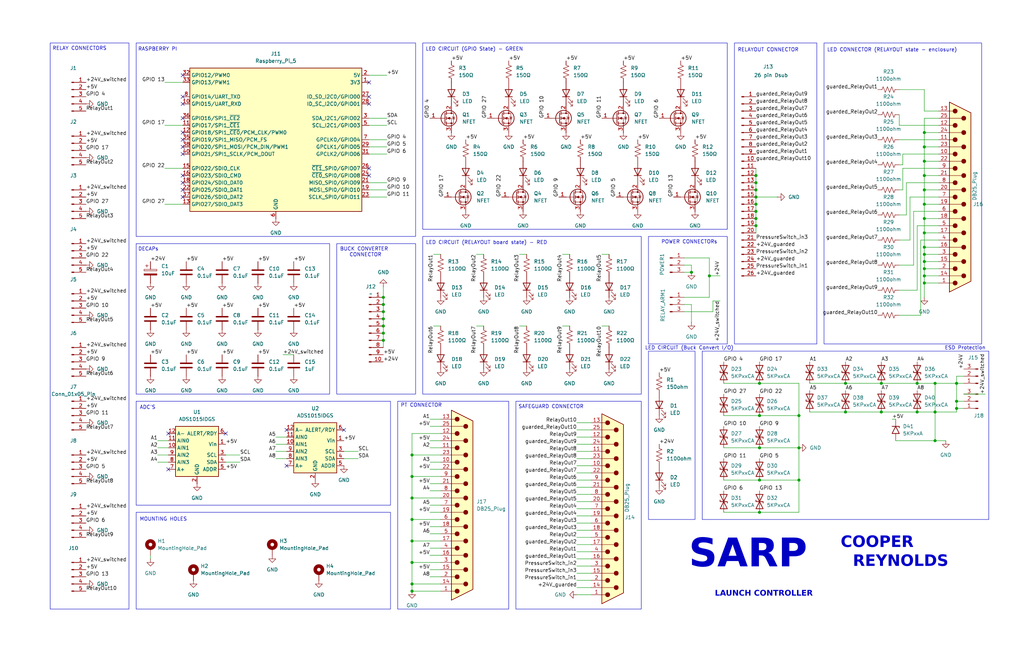
<source format=kicad_sch>
(kicad_sch (version 20231120) (generator "eeschema") (generator_version "8.0")
  (paper "User" 363 230.4)
  (junction (at 269.24 147.32))
  (junction (at 331.47 156.21))
  (junction (at 283.21 158.75))
  (junction (at 146.05 207.01))
  (junction (at 267.97 80.01))
  (junction (at 267.97 74.93))
  (junction (at 267.97 62.23))
  (junction (at 327.66 100.33))
  (junction (at 327.66 95.25))
  (junction (at 135.89 120.65))
  (junction (at 267.97 67.31))
  (junction (at 312.42 146.05))
  (junction (at 135.89 107.95))
  (junction (at 135.89 105.41))
  (junction (at 146.05 176.53))
  (junction (at 327.66 52.07))
  (junction (at 327.66 87.63))
  (junction (at 146.05 199.39))
  (junction (at 269.24 135.89))
  (junction (at 267.97 69.85))
  (junction (at 135.89 110.49))
  (junction (at 283.21 147.32))
  (junction (at 339.09 144.78))
  (junction (at 327.66 46.99))
  (junction (at 327.66 90.17))
  (junction (at 269.24 181.61))
  (junction (at 269.24 158.75))
  (junction (at 327.66 62.23))
  (junction (at 339.09 142.24))
  (junction (at 327.66 67.31))
  (junction (at 267.97 77.47))
  (junction (at 339.09 135.89))
  (junction (at 269.24 170.18))
  (junction (at 331.47 135.89))
  (junction (at 146.05 209.55))
  (junction (at 135.89 115.57))
  (junction (at 312.42 135.89))
  (junction (at 267.97 72.39))
  (junction (at 146.05 168.91))
  (junction (at 146.05 161.29))
  (junction (at 327.66 92.71))
  (junction (at 327.66 77.47))
  (junction (at 327.66 82.55))
  (junction (at 146.05 184.15))
  (junction (at 327.66 72.39))
  (junction (at 146.05 191.77))
  (junction (at 331.47 146.05))
  (junction (at 135.89 113.03))
  (junction (at 327.66 57.15))
  (junction (at 283.21 170.18))
  (junction (at 325.12 135.89))
  (junction (at 267.97 64.77))
  (junction (at 325.12 146.05))
  (junction (at 245.11 96.52))
  (junction (at 299.72 146.05))
  (junction (at 251.46 97.79))
  (junction (at 299.72 135.89))
  (junction (at 327.66 97.79))
  (junction (at 135.89 118.11))
  (no_connect (at 80.01 153.67))
  (no_connect (at 64.77 69.85))
  (no_connect (at 64.77 62.23))
  (no_connect (at 64.77 41.91))
  (no_connect (at 64.77 67.31))
  (no_connect (at 64.77 64.77))
  (no_connect (at 59.69 166.37))
  (no_connect (at 130.81 59.69))
  (no_connect (at 64.77 26.67))
  (no_connect (at 64.77 54.61))
  (no_connect (at 64.77 46.99))
  (no_connect (at 130.81 34.29))
  (no_connect (at 64.77 49.53))
  (no_connect (at 64.77 36.83))
  (no_connect (at 64.77 52.07))
  (no_connect (at 121.92 152.4))
  (no_connect (at 101.6 152.4))
  (no_connect (at 130.81 36.83))
  (no_connect (at 130.81 29.21))
  (no_connect (at 101.6 165.1))
  (no_connect (at 64.77 34.29))
  (no_connect (at 59.69 153.67))
  (no_connect (at 130.81 62.23))
  (wire (pts (xy 168.91 90.17) (xy 171.45 90.17)))
  (wire (pts (xy 97.79 157.48) (xy 101.6 157.48)))
  (wire (pts (xy 80.01 161.29) (xy 85.09 161.29)))
  (wire (pts (xy 204.47 190.5) (xy 209.55 190.5)))
  (wire (pts (xy 318.77 58.42) (xy 320.04 58.42)))
  (wire (pts (xy 327.66 97.79) (xy 332.74 97.79)))
  (wire (pts (xy 327.66 77.47) (xy 332.74 77.47)))
  (wire (pts (xy 204.47 162.56) (xy 209.55 162.56)))
  (wire (pts (xy 318.77 111.76) (xy 326.39 111.76)))
  (wire (pts (xy 327.66 46.99) (xy 332.74 46.99)))
  (wire (pts (xy 97.79 162.56) (xy 101.6 162.56)))
  (wire (pts (xy 152.4 173.99) (xy 156.21 173.99)))
  (wire (pts (xy 146.05 176.53) (xy 156.21 176.53)))
  (wire (pts (xy 327.66 87.63) (xy 327.66 90.17)))
  (wire (pts (xy 320.04 67.31) (xy 318.77 67.31)))
  (wire (pts (xy 204.47 167.64) (xy 209.55 167.64)))
  (wire (pts (xy 327.66 57.15) (xy 327.66 62.23)))
  (wire (pts (xy 321.31 64.77) (xy 332.74 64.77)))
  (wire (pts (xy 327.66 46.99) (xy 327.66 52.07)))
  (wire (pts (xy 213.36 90.17) (xy 215.9 90.17)))
  (wire (pts (xy 283.21 147.32) (xy 283.21 158.75)))
  (wire (pts (xy 152.4 163.83) (xy 156.21 163.83)))
  (wire (pts (xy 251.46 97.79) (xy 251.46 105.41)))
  (wire (pts (xy 327.66 67.31) (xy 327.66 72.39)))
  (wire (pts (xy 135.89 105.41) (xy 135.89 107.95)))
  (wire (pts (xy 146.05 207.01) (xy 156.21 207.01)))
  (wire (pts (xy 318.77 85.09) (xy 322.58 85.09)))
  (wire (pts (xy 152.4 179.07) (xy 156.21 179.07)))
  (wire (pts (xy 339.09 144.78) (xy 341.63 144.78)))
  (wire (pts (xy 327.66 41.91) (xy 332.74 41.91)))
  (wire (pts (xy 204.47 175.26) (xy 209.55 175.26)))
  (wire (pts (xy 325.12 102.87) (xy 325.12 80.01)))
  (wire (pts (xy 204.47 172.72) (xy 209.55 172.72)))
  (wire (pts (xy 152.4 196.85) (xy 156.21 196.85)))
  (wire (pts (xy 199.39 90.17) (xy 201.93 90.17)))
  (wire (pts (xy 332.74 54.61) (xy 320.04 54.61)))
  (wire (pts (xy 287.02 135.89) (xy 299.72 135.89)))
  (wire (pts (xy 331.47 135.89) (xy 331.47 146.05)))
  (wire (pts (xy 318.77 49.53) (xy 332.74 49.53)))
  (wire (pts (xy 327.66 100.33) (xy 332.74 100.33)))
  (wire (pts (xy 327.66 39.37) (xy 332.74 39.37)))
  (wire (pts (xy 204.47 200.66) (xy 209.55 200.66)))
  (wire (pts (xy 184.15 115.57) (xy 186.69 115.57)))
  (wire (pts (xy 252.73 110.49) (xy 242.57 110.49)))
  (wire (pts (xy 130.81 26.67) (xy 137.16 26.67)))
  (wire (pts (xy 152.4 181.61) (xy 156.21 181.61)))
  (wire (pts (xy 204.47 187.96) (xy 209.55 187.96)))
  (wire (pts (xy 251.46 97.79) (xy 255.27 97.79)))
  (wire (pts (xy 53.34 196.85) (xy 53.34 198.12)))
  (wire (pts (xy 335.28 156.21) (xy 331.47 156.21)))
  (wire (pts (xy 327.66 39.37) (xy 327.66 31.75)))
  (wire (pts (xy 130.81 41.91) (xy 137.16 41.91)))
  (wire (pts (xy 325.12 146.05) (xy 331.47 146.05)))
  (wire (pts (xy 339.09 135.89) (xy 339.09 142.24)))
  (wire (pts (xy 204.47 152.4) (xy 209.55 152.4)))
  (wire (pts (xy 322.58 69.85) (xy 332.74 69.85)))
  (wire (pts (xy 299.72 146.05) (xy 312.42 146.05)))
  (wire (pts (xy 339.09 135.89) (xy 341.63 135.89)))
  (wire (pts (xy 152.4 151.13) (xy 156.21 151.13)))
  (wire (pts (xy 331.47 146.05) (xy 331.47 156.21)))
  (wire (pts (xy 204.47 160.02) (xy 209.55 160.02)))
  (wire (pts (xy 55.88 163.83) (xy 59.69 163.83)))
  (wire (pts (xy 269.24 158.75) (xy 283.21 158.75)))
  (wire (pts (xy 326.39 111.76) (xy 326.39 85.09)))
  (wire (pts (xy 339.09 142.24) (xy 341.63 142.24)))
  (wire (pts (xy 199.39 115.57) (xy 201.93 115.57)))
  (wire (pts (xy 146.05 176.53) (xy 146.05 168.91)))
  (wire (pts (xy 58.42 59.69) (xy 64.77 59.69)))
  (wire (pts (xy 322.58 85.09) (xy 322.58 69.85)))
  (wire (pts (xy 146.05 161.29) (xy 156.21 161.29)))
  (wire (pts (xy 152.4 171.45) (xy 156.21 171.45)))
  (wire (pts (xy 267.97 64.77) (xy 267.97 67.31)))
  (wire (pts (xy 146.05 209.55) (xy 146.05 207.01)))
  (wire (pts (xy 323.85 93.98) (xy 323.85 74.93)))
  (wire (pts (xy 327.66 62.23) (xy 332.74 62.23)))
  (wire (pts (xy 204.47 205.74) (xy 209.55 205.74)))
  (wire (pts (xy 267.97 77.47) (xy 267.97 80.01)))
  (wire (pts (xy 146.05 168.91) (xy 156.21 168.91)))
  (wire (pts (xy 146.05 168.91) (xy 146.05 161.29)))
  (wire (pts (xy 146.05 184.15) (xy 146.05 176.53)))
  (wire (pts (xy 267.97 72.39) (xy 267.97 74.93)))
  (wire (pts (xy 204.47 180.34) (xy 209.55 180.34)))
  (wire (pts (xy 152.4 189.23) (xy 156.21 189.23)))
  (wire (pts (xy 153.67 115.57) (xy 156.21 115.57)))
  (wire (pts (xy 327.66 92.71) (xy 327.66 95.25)))
  (wire (pts (xy 55.88 158.75) (xy 59.69 158.75)))
  (wire (pts (xy 283.21 181.61) (xy 269.24 181.61)))
  (wire (pts (xy 320.04 59.69) (xy 320.04 67.31)))
  (wire (pts (xy 349.25 139.7) (xy 341.63 139.7)))
  (wire (pts (xy 256.54 147.32) (xy 269.24 147.32)))
  (wire (pts (xy 317.5 156.21) (xy 331.47 156.21)))
  (wire (pts (xy 269.24 170.18) (xy 283.21 170.18)))
  (wire (pts (xy 204.47 177.8) (xy 209.55 177.8)))
  (wire (pts (xy 121.92 162.56) (xy 127 162.56)))
  (wire (pts (xy 242.57 96.52) (xy 245.11 96.52)))
  (wire (pts (xy 283.21 135.89) (xy 283.21 147.32)))
  (wire (pts (xy 204.47 170.18) (xy 209.55 170.18)))
  (wire (pts (xy 318.77 44.45) (xy 332.74 44.45)))
  (wire (pts (xy 283.21 158.75) (xy 283.21 170.18)))
  (wire (pts (xy 283.21 170.18) (xy 283.21 181.61)))
  (wire (pts (xy 252.73 106.68) (xy 255.27 106.68)))
  (wire (pts (xy 320.04 59.69) (xy 332.74 59.69)))
  (wire (pts (xy 152.4 186.69) (xy 156.21 186.69)))
  (wire (pts (xy 146.05 191.77) (xy 146.05 184.15)))
  (wire (pts (xy 152.4 158.75) (xy 156.21 158.75)))
  (wire (pts (xy 327.66 95.25) (xy 327.66 97.79)))
  (wire (pts (xy 153.67 90.17) (xy 156.21 90.17)))
  (wire (pts (xy 146.05 184.15) (xy 156.21 184.15)))
  (wire (pts (xy 152.4 166.37) (xy 156.21 166.37)))
  (wire (pts (xy 135.89 118.11) (xy 135.89 120.65)))
  (wire (pts (xy 146.05 153.67) (xy 156.21 153.67)))
  (wire (pts (xy 327.66 57.15) (xy 332.74 57.15)))
  (wire (pts (xy 327.66 90.17) (xy 332.74 90.17)))
  (wire (pts (xy 256.54 181.61) (xy 269.24 181.61)))
  (wire (pts (xy 327.66 97.79) (xy 327.66 100.33)))
  (wire (pts (xy 245.11 93.98) (xy 245.11 96.52)))
  (wire (pts (xy 204.47 157.48) (xy 209.55 157.48)))
  (wire (pts (xy 204.47 149.86) (xy 209.55 149.86)))
  (wire (pts (xy 204.47 154.94) (xy 209.55 154.94)))
  (wire (pts (xy 58.42 72.39) (xy 64.77 72.39)))
  (wire (pts (xy 204.47 193.04) (xy 209.55 193.04)))
  (wire (pts (xy 318.77 76.2) (xy 321.31 76.2)))
  (wire (pts (xy 184.15 90.17) (xy 186.69 90.17)))
  (wire (pts (xy 135.89 101.6) (xy 135.89 105.41)))
  (wire (pts (xy 152.4 194.31) (xy 156.21 194.31)))
  (wire (pts (xy 318.77 44.45) (xy 318.77 40.64)))
  (wire (pts (xy 327.66 77.47) (xy 327.66 82.55)))
  (wire (pts (xy 58.42 29.21) (xy 64.77 29.21)))
  (wire (pts (xy 97.79 154.94) (xy 101.6 154.94)))
  (wire (pts (xy 100.33 125.73) (xy 104.14 125.73)))
  (wire (pts (xy 55.88 156.21) (xy 59.69 156.21)))
  (wire (pts (xy 251.46 105.41) (xy 242.57 105.41)))
  (wire (pts (xy 137.16 54.61) (xy 130.81 54.61)))
  (wire (pts (xy 204.47 182.88) (xy 209.55 182.88)))
  (wire (pts (xy 251.46 91.44) (xy 251.46 97.79)))
  (wire (pts (xy 267.97 69.85) (xy 267.97 72.39)))
  (wire (pts (xy 146.05 209.55) (xy 156.21 209.55)))
  (wire (pts (xy 135.89 110.49) (xy 135.89 113.03)))
  (wire (pts (xy 318.77 102.87) (xy 325.12 102.87)))
  (wire (pts (xy 252.73 106.68) (xy 252.73 110.49)))
  (wire (pts (xy 267.97 69.85) (xy 275.59 69.85)))
  (wire (pts (xy 135.89 113.03) (xy 135.89 115.57)))
  (wire (pts (xy 318.77 93.98) (xy 323.85 93.98)))
  (wire (pts (xy 256.54 170.18) (xy 269.24 170.18)))
  (wire (pts (xy 204.47 210.82) (xy 209.55 210.82)))
  (wire (pts (xy 312.42 135.89) (xy 325.12 135.89)))
  (wire (pts (xy 267.97 80.01) (xy 267.97 82.55)))
  (wire (pts (xy 146.05 207.01) (xy 146.05 199.39)))
  (wire (pts (xy 97.79 160.02) (xy 101.6 160.02)))
  (wire (pts (xy 256.54 135.89) (xy 269.24 135.89)))
  (wire (pts (xy 327.66 72.39) (xy 327.66 77.47)))
  (wire (pts (xy 339.09 144.78) (xy 339.09 146.05)))
  (wire (pts (xy 331.47 135.89) (xy 339.09 135.89)))
  (wire (pts (xy 146.05 199.39) (xy 156.21 199.39)))
  (wire (pts (xy 327.66 90.17) (xy 327.66 92.71)))
  (wire (pts (xy 327.66 87.63) (xy 332.74 87.63)))
  (wire (pts (xy 135.89 115.57) (xy 135.89 118.11)))
  (wire (pts (xy 327.66 62.23) (xy 327.66 67.31)))
  (wire (pts (xy 137.16 64.77) (xy 130.81 64.77)))
  (wire (pts (xy 242.57 93.98) (xy 245.11 93.98)))
  (wire (pts (xy 327.66 41.91) (xy 327.66 46.99)))
  (wire (pts (xy 269.24 135.89) (xy 283.21 135.89)))
  (wire (pts (xy 326.39 85.09) (xy 332.74 85.09)))
  (wire (pts (xy 327.66 67.31) (xy 332.74 67.31)))
  (wire (pts (xy 245.11 107.95) (xy 245.11 114.3)))
  (wire (pts (xy 135.89 107.95) (xy 135.89 110.49)))
  (wire (pts (xy 130.81 44.45) (xy 137.16 44.45)))
  (wire (pts (xy 213.36 115.57) (xy 215.9 115.57)))
  (wire (pts (xy 146.05 199.39) (xy 146.05 191.77)))
  (wire (pts (xy 58.42 44.45) (xy 64.77 44.45)))
  (wire (pts (xy 137.16 52.07) (xy 130.81 52.07)))
  (wire (pts (xy 204.47 208.28) (xy 209.55 208.28)))
  (wire (pts (xy 339.09 142.24) (xy 339.09 144.78)))
  (wire (pts (xy 318.77 31.75) (xy 327.66 31.75)))
  (wire (pts (xy 204.47 198.12) (xy 209.55 198.12)))
  (wire (pts (xy 168.91 115.57) (xy 171.45 115.57)))
  (wire (pts (xy 242.57 91.44) (xy 251.46 91.44)))
  (wire (pts (xy 137.16 69.85) (xy 130.81 69.85)))
  (wire (pts (xy 152.4 156.21) (xy 156.21 156.21)))
  (wire (pts (xy 242.57 107.95) (xy 245.11 107.95)))
  (wire (pts (xy 146.05 191.77) (xy 156.21 191.77)))
  (wire (pts (xy 323.85 74.93) (xy 332.74 74.93)))
  (wire (pts (xy 121.92 160.02) (xy 127 160.02)))
  (wire (pts (xy 327.66 82.55) (xy 327.66 87.63)))
  (wire (pts (xy 299.72 135.89) (xy 312.42 135.89)))
  (wire (pts (xy 267.97 67.31) (xy 267.97 69.85)))
  (wire (pts (xy 325.12 80.01) (xy 332.74 80.01)))
  (wire (pts (xy 339.09 133.35) (xy 339.09 135.89)))
  (wire (pts (xy 256.54 158.75) (xy 269.24 158.75)))
  (wire (pts (xy 146.05 161.29) (xy 146.05 153.67)))
  (wire (pts (xy 317.5 148.59) (xy 316.23 148.59)))
  (wire (pts (xy 327.66 92.71) (xy 332.74 92.71)))
  (wire (pts (xy 80.01 163.83) (xy 85.09 163.83)))
  (wire (pts (xy 327.66 82.55) (xy 332.74 82.55)))
  (wire (pts (xy 152.4 201.93) (xy 156.21 201.93)))
  (wire (pts (xy 137.16 67.31) (xy 130.81 67.31)))
  (wire (pts (xy 152.4 148.59) (xy 156.21 148.59)))
  (wire (pts (xy 204.47 185.42) (xy 209.55 185.42)))
  (wire (pts (xy 267.97 74.93) (xy 267.97 77.47)))
  (wire (pts (xy 327.66 72.39) (xy 332.74 72.39)))
  (wire (pts (xy 130.81 49.53) (xy 137.16 49.53)))
  (wire (pts (xy 327.66 95.25) (xy 332.74 95.25)))
  (wire (pts (xy 312.42 146.05) (xy 325.12 146.05)))
  (wire (pts (xy 269.24 147.32) (xy 283.21 147.32)))
  (wire (pts (xy 287.02 146.05) (xy 299.72 146.05)))
  (wire (pts (xy 321.31 64.77) (xy 321.31 76.2)))
  (wire (pts (xy 327.66 52.07) (xy 327.66 57.15)))
  (wire (pts (xy 327.66 100.33) (xy 327.66 105.41)))
  (wire (pts (xy 267.97 59.69) (xy 267.97 62.23)))
  (wire (pts (xy 55.88 161.29) (xy 59.69 161.29)))
  (wire (pts (xy 341.63 133.35) (xy 339.09 133.35)))
  (wire (pts (xy 331.47 146.05) (xy 339.09 146.05)))
  (wire (pts (xy 204.47 165.1) (xy 209.55 165.1)))
  (wire (pts (xy 267.97 62.23) (xy 267.97 64.77)))
  (wire (pts (xy 327.66 52.07) (xy 332.74 52.07)))
  (wire (pts (xy 135.89 120.65) (xy 135.89 123.19)))
  (wire (pts (xy 320.04 54.61) (xy 320.04 58.42)))
  (wire (pts (xy 325.12 135.89) (xy 331.47 135.89)))
  (wire (pts (xy 204.47 203.2) (xy 209.55 203.2)))
  (wire (pts (xy 152.4 204.47) (xy 156.21 204.47)))
  (wire (pts (xy 204.47 195.58) (xy 209.55 195.58)))
  (rectangle (start 48.26 181.61) (end 138.43 215.9))
  (rectangle (start 149.86 83.82) (end 227.33 139.7))
  (rectangle (start 149.86 15.24) (end 257.81 81.28))
  (rectangle (start 248.92 124.46) (end 350.52 184.15))
  (rectangle (start 17.78 15.24) (end 45.72 215.9))
  (rectangle (start 229.87 83.82) (end 257.81 121.92))
  (rectangle (start 48.26 142.24) (end 138.43 179.07))
  (rectangle (start 119.38 86.36) (end 147.32 139.7))
  (rectangle (start 182.88 142.24) (end 227.33 215.9))
  (rectangle (start 260.35 15.24) (end 289.56 121.92))
  (rectangle (start 48.26 86.36) (end 116.84 139.7))
  (rectangle (start 292.1 15.24) (end 347.98 121.92))
  (rectangle (start 48.26 15.24) (end 147.32 83.82))
  (rectangle (start 229.87 124.46) (end 246.38 184.15))
  (rectangle (start 140.97 142.24) (end 180.34 215.9))
  (text "SAFEGUARD CONNECTOR" (at 195.326 144.272 0) (effects (font (size 1.27 1.27))))
  (text "LED CONNECTOR (RELAYOUT state - enclosure)" (at 316.23 17.78 0) (effects (font (size 1.27 1.27))))
  (text "LAUNCH CONTROLLER" (at 270.764 211.074 0) (effects (font (size 2 2))))
  (text "LED CIRCUIT (Buck Convert I/O)" (at 244.348 123.444 0) (effects (font (size 1.27 1.27))))
  (text "MOUNTING HOLES" (at 57.912 184.15 0) (effects (font (size 1.27 1.27))))
  (text "ESD Protection" (at 342.138 123.444 0) (effects (font (size 1.27 1.27))))
  (text "RELAY CONNECTORS" (at 28.194 17.272 0) (effects (font (size 1.27 1.27))))
  (text "LED CIRCUIT (GPIO State) - GREEN" (at 168.148 17.526 0) (effects (font (size 1.27 1.27))))
  (text "POWER CONNECTORs" (at 244.348 85.852 0) (effects (font (size 1.27 1.27))))
  (text "BUCK CONVERTER \nCONNECTOR" (at 129.54 89.408 0) (effects (font (size 1.27 1.27))))
  (text "SARP" (at 265.176 199.39 0) (effects (font (size 10 10))))
  (text "COOPER \n	REYNOLDS" (at 311.912 196.85 0) (effects (font (size 4 4))))
  (text "DECAPs" (at 52.578 88.392 0) (effects (font (size 1.27 1.27))))
  (text "RELAYOUT CONNECTOR" (at 272.288 17.78 0) (effects (font (size 1.27 1.27))))
  (text "RASPBERRY PI" (at 55.88 17.526 0) (effects (font (size 1.27 1.27))))
  (text "LED CIRCUIT (RELAYOUT board state) - RED" (at 172.466 86.106 0) (effects (font (size 1.27 1.27))))
  (text "ADC'S" (at 52.324 144.526 0) (effects (font (size 1.27 1.27))))
  (text "PT CONNECTOR" (at 149.352 143.764 0) (effects (font (size 1.27 1.27))))
  (label "+5V" (at 30.48 144.78 0))
  (label "GPIO 4" (at 30.48 34.29 0))
  (label "+5V" (at 135.89 125.73 0))
  (label "GPIO 22" (at 177.8 69.85 90))
  (label "guarded_RelayOut4" (at 267.97 46.99 0))
  (label "GPIO 10" (at 30.48 109.22 0))
  (label "SCL" (at 85.09 161.29 0))
  (label "RelayOut2" (at 30.48 58.42 0))
  (label "+5V" (at 241.3 21.59 0))
  (label "PressureSwitch_in2" (at 204.47 200.66 180))
  (label "A8" (at 325.12 138.43 0))
  (label "+5V" (at 30.48 69.85 0))
  (label "+5V" (at 165.1 49.53 0))
  (label "RelayOut4" (at 199.39 90.17 270))
  (label "GPIO 4" (at 256.54 128.27 0))
  (label "guarded_RelayOut3" (at 311.15 49.53 180))
  (label "guarded_RelayOut9" (at 204.47 157.48 180))
  (label "guarded_RelayOut4" (at 311.15 58.42 180))
  (label "GPIO 27" (at 172.72 41.91 90))
  (label "+24V" (at 233.68 157.48 0))
  (label "+24V_switched" (at 100.33 125.73 0))
  (label "PressureSwitch_in3" (at 267.97 85.09 0))
  (label "A4" (at 325.12 128.27 0))
  (label "+5V" (at 91.44 92.71 0))
  (label "+5V" (at 185.42 49.53 0))
  (label "GPIO 5" (at 137.16 52.07 0))
  (label "GPIO 6" (at 233.68 41.91 90))
  (label "RelayOut6" (at 30.48 133.35 0))
  (label "+5V" (at 66.04 109.22 0))
  (label "GPIO 5" (at 30.48 166.37 0))
  (label "RelayOut5" (at 213.36 90.17 270))
  (label "GPIO 27" (at 58.42 72.39 180))
  (label "+5V" (at 30.48 31.75 0))
  (label "A3" (at 152.4 163.83 180))
  (label "RelayOut4" (at 204.47 180.34 180))
  (label "RelayOut9" (at 204.47 154.94 180))
  (label "+5V" (at 66.04 92.71 0))
  (label "+5V" (at 226.06 49.53 0))
  (label "+5V" (at 30.48 88.9 0))
  (label "PressureSwitch_in2" (at 267.97 90.17 0))
  (label "A8" (at 97.79 162.56 180))
  (label "GPIO 27" (at 256.54 139.7 0))
  (label "+24V_switched" (at 30.48 123.19 0))
  (label "RelayOut6" (at 153.67 115.57 270))
  (label "+24V" (at 341.63 130.81 90))
  (label "GPIO 9" (at 269.24 151.13 0))
  (label "A6" (at 152.4 189.23 180))
  (label "A2" (at 299.72 128.27 0))
  (label "GPIO 6" (at 256.54 173.99 0))
  (label "+24V_switched" (at 30.48 161.29 0))
  (label "guarded_RelayOut1" (at 204.47 198.12 180))
  (label "guarded_RelayOut1" (at 311.15 31.75 180))
  (label "+5V" (at 152.4 166.37 180))
  (label "RelayOut3" (at 204.47 185.42 180))
  (label "GPIO 5" (at 218.44 69.85 90))
  (label "GPIO 17" (at 269.24 128.27 0))
  (label "guarded_RelayOut4" (at 204.47 182.88 180))
  (label "RelayOut1" (at 30.48 39.37 0))
  (label "GPIO 22" (at 58.42 59.69 180))
  (label "guarded_RelayOut2" (at 267.97 52.07 0))
  (label "GPIO 4" (at 137.16 49.53 0))
  (label "RelayOut8" (at 30.48 171.45 0))
  (label "+24V_switched" (at 30.48 48.26 0))
  (label "+5V" (at 78.74 109.22 0))
  (label "SDA" (at 127 162.56 0))
  (label "+5V" (at 104.14 109.22 0))
  (label "guarded_RelayOut3" (at 204.47 187.96 180))
  (label "+5V" (at 53.34 109.22 0))
  (label "guarded_RelayOut9" (at 311.15 102.87 180))
  (label "RelayOut3" (at 184.15 90.17 270))
  (label "GPIO 13" (at 238.76 69.85 90))
  (label "guarded_RelayOut5" (at 267.97 44.45 0))
  (label "RelayOut7" (at 168.91 115.57 270))
  (label "guarded_RelayOut7" (at 311.15 85.09 180))
  (label "guarded_RelayOut2" (at 204.47 193.04 180))
  (label "GPIO 10" (at 193.04 41.91 90))
  (label "GPIO 13" (at 58.42 29.21 180))
  (label "A5" (at 97.79 154.94 180))
  (label "+5V" (at 30.48 125.73 0))
  (label "+24V" (at 135.89 128.27 0))
  (label "GPIO 17" (at 58.42 44.45 180))
  (label "+5V" (at 104.14 92.71 0))
  (label "+5V" (at 91.44 109.22 0))
  (label "+5V" (at 152.4 151.13 180))
  (label "guarded_RelayOut10" (at 311.15 111.76 180))
  (label "guarded_RelayOut3" (at 267.97 49.53 0))
  (label "A5" (at 287.02 138.43 0))
  (label "GPIO 22" (at 269.24 139.7 0))
  (label "guarded_RelayOut7" (at 267.97 39.37 0))
  (label "guarded_RelayOut9" (at 267.97 34.29 0))
  (label "+5V" (at 246.38 49.53 0))
  (label "A3" (at 55.88 161.29 180))
  (label "RelayOut8" (at 184.15 115.57 270))
  (label "A6" (at 97.79 157.48 180))
  (label "GPIO 27" (at 30.48 72.39 0))
  (label "A2" (at 152.4 158.75 180))
  (label "guarded_RelayOut8" (at 267.97 36.83 0))
  (label "+5V" (at 78.74 92.71 0))
  (label "+24V_guarded" (at 204.47 208.28 180))
  (label "RelayOut5" (at 30.48 114.3 0))
  (label "+5V" (at 220.98 21.59 0))
  (label "GPIO 10" (at 137.16 67.31 0))
  (label "+5V" (at 180.34 21.59 0))
  (label "SCL" (at 127 160.02 0))
  (label "A3" (at 312.42 128.27 0))
  (label "A2" (at 55.88 158.75 180))
  (label "+5V" (at 160.02 21.59 0))
  (label "GPIO 5" (at 269.24 162.56 0))
  (label "+5V" (at 30.48 201.93 0))
  (label "GPIO 17" (at 157.48 69.85 90))
  (label "+5V" (at 80.01 166.37 0))
  (label "+5V" (at 121.92 156.21 0))
  (label "+5V" (at 205.74 49.53 0))
  (label "RelayOut9" (at 30.48 190.5 0))
  (label "+5V" (at 91.44 125.73 0))
  (label "RelayOut6" (at 204.47 170.18 180))
  (label "+5V" (at 152.4 201.93 180))
  (label "guarded_RelayOut5" (at 311.15 67.31 180))
  (label "+24V_guarded" (at 267.97 92.71 0))
  (label "guarded_RelayOut8" (at 311.15 93.98 180))
  (label "RelayOut2" (at 168.91 90.17 270))
  (label "+5V" (at 137.16 26.67 0))
  (label "guarded_RelayOut5" (at 204.47 177.8 180))
  (label "+24V_switched" (at 30.48 86.36 0))
  (label "+5V" (at 152.4 181.61 180))
  (label "+5V" (at 53.34 125.73 0))
  (label "+5V" (at 30.48 163.83 0))
  (label "RelayOut10" (at 213.36 115.57 270))
  (label "A1" (at 55.88 156.21 180))
  (label "PressureSwitch_in1" (at 204.47 205.74 180))
  (label "GPIO 9" (at 137.16 64.77 0))
  (label "RelayOut3" (at 30.48 77.47 0))
  (label "RelayOut1" (at 204.47 195.58 180))
  (label "GPIO 11" (at 137.16 69.85 0))
  (label "A6" (at 299.72 138.43 0))
  (label "+5V" (at 30.48 182.88 0))
  (label "+5V" (at 152.4 196.85 180))
  (label "SCL" (at 137.16 44.45 0))
  (label "GPIO 17" (at 30.48 53.34 0))
  (label "+24V_switched" (at 30.48 104.14 0))
  (label "A5" (at 152.4 179.07 180))
  (label "+24V_guarded" (at 267.97 87.63 0))
  (label "A1" (at 287.02 128.27 0))
  (label "GPIO 11" (at 30.48 147.32 0))
  (label "+5V" (at 200.66 21.59 0))
  (label "RelayOut7" (at 204.47 165.1 180))
  (label "GPIO 11" (at 213.36 41.91 90))
  (label "RelayOut7" (at 30.48 152.4 0))
  (label "+24V_switched" (at 255.27 106.68 270))
  (label "+5V" (at 30.48 106.68 0))
  (label "RelayOut10" (at 204.47 149.86 180))
  (label "+5V" (at 30.48 50.8 0))
  (label "guarded_RelayOut2" (at 311.15 40.64 180))
  (label "guarded_RelayOut6" (at 267.97 41.91 0))
  (label "GPIO 9" (at 30.48 128.27 0))
  (label "+24V" (at 53.34 92.71 0))
  (label "A7" (at 97.79 160.02 180))
  (label "+24V_switched" (at 30.48 67.31 0))
  (label "GPIO 10" (at 256.54 151.13 0))
  (label "RelayOut2" (at 204.47 190.5 180))
  (label "guarded_RelayOut10" (at 204.47 152.4 180))
  (label "A4" (at 152.4 173.99 180))
  (label "+24V_switched" (at 30.48 29.21 0))
  (label "GPIO 9" (at 198.12 69.85 90))
  (label "+24V_switched" (at 30.48 199.39 0))
  (label "+5V" (at 78.74 125.73 0))
  (label "+5V" (at 66.04 125.73 0))
  (label "guarded_RelayOut7" (at 204.47 167.64 180))
  (label "A4" (at 55.88 163.83 180))
  (label "guarded_RelayOut6" (at 204.47 172.72 180))
  (label "GPIO 4" (at 152.4 41.91 90))
  (label "guarded_RelayOut6" (at 311.15 76.2 180))
  (label "guarded_RelayOut8" (at 204.47 162.56 180))
  (label "+5V" (at 152.4 171.45 180))
  (label "+24V_switched" (at 30.48 180.34 0))
  (label "guarded_RelayOut10" (at 267.97 57.15 0))
  (label "PressureSwitch_in3" (at 204.47 203.2 180))
  (label "+24V_switched" (at 349.25 139.7 90))
  (label "+5V" (at 233.68 132.08 0))
  (label "SDA" (at 137.16 41.91 0))
  (label "GPIO 13" (at 269.24 173.99 0))
  (label "GPIO 6" (at 137.16 54.61 0))
  (label "A1" (at 152.4 148.59 180))
  (label "PressureSwitch_in1" (at 267.97 95.25 0))
  (label "+24V" (at 255.27 97.79 90))
  (label "A7" (at 152.4 194.31 180))
  (label "+5V" (at 80.01 157.48 0))
  (label "RelayOut9" (at 199.39 115.57 270))
  (label "+24V_guarded" (at 267.97 97.79 0))
  (label "RelayOut8" (at 204.47 160.02 180))
  (label "GPIO 13" (at 30.48 204.47 0))
  (label "guarded_RelayOut1" (at 267.97 54.61 0))
  (label "+5V" (at 152.4 186.69 180))
  (label "RelayOut10" (at 30.48 209.55 0))
  (label "RelayOut4" (at 30.48 96.52 0))
  (label "+5V" (at 152.4 156.21 180))
  (label "+24V_switched" (at 30.48 142.24 0))
  (label "A8" (at 152.4 204.47 180))
  (label "GPIO 11" (at 256.54 162.56 0))
  (label "RelayOut1" (at 153.67 90.17 270))
  (label "+5V" (at 316.23 148.59 0))
  (label "GPIO 22" (at 30.48 91.44 0))
  (label "SDA" (at 85.09 163.83 0))
  (label "A7" (at 312.42 138.43 0))
  (label "RelayOut5" (at 204.47 175.26 180))
  (label "GPIO 6" (at 30.48 185.42 0))
  (symbol (lib_id "Diode:5KPxxCA") (at 256.54 143.51 90) (unit 1)
    (property "Reference" "D25" (at 259.08 142.2399 90) (effects (justify right)))
    (property "Value" "5KPxxCA" (at 259.08 144.7799 90) (effects (justify right)))
    (property "Footprint" "Diode_SMD:D_SOD-923" (effects (hide yes)))
    (property "Datasheet" "https://diotec.com/tl_files/diotec/files/pdf/datasheets/5kp65.pdf" (effects (hide yes)))
    (property "Description" "5000W bidirectional Transient Voltage Suppressor, P-600" (effects (hide yes)))
  )
  (symbol (lib_id "power:GND") (at 171.45 130.81 0) (unit 1)
    (property "Reference" "#PWR041" (effects (hide yes)))
    (property "Value" "GND" (at 171.45 135.89 0))
    (property "Description" "Power symbol creates a global label with name \"GND\" , ground" (effects (hide yes)))
  )
  (symbol (lib_id "Transistor_FET:RS9N50D") (at 243.84 69.85 0) (unit 1)
    (property "Reference" "Q10" (at 250.19 68.5799 0) (effects (justify left)))
    (property "Value" "NFET" (at 250.19 71.1199 0) (effects (justify left)))
    (property "Footprint" "Package_TO_SOT_SMD:SOT-23-3" (effects (hide yes)))
    (property "Datasheet" "https://www.onsemi.com/download/data-sheet/pdf/ntb6412an-d.pdf" (effects (hide yes)))
  )
  (symbol (lib_id "Device:R_US") (at 201.93 119.38 0) (unit 1)
    (property "Reference" "R21" (at 204.47 118.1099 0) (effects (justify left)))
    (property "Value" "1100Ω" (at 204.47 120.6499 0) (effects (justify left)))
    (property "Footprint" "Resistor_SMD:R_1210_3225Metric_Pad1.30x2.65mm_HandSolder" (effects (hide yes)))
    (property "Datasheet" "https://www.vishay.com/docs/20043/crcwhpe3.pdf" (effects (hide yes)))
    (property "Description" "Resistor, US symbol" (effects (hide yes)))
  )
  (symbol (lib_id "Transistor_FET:RS9N50D") (at 182.88 69.85 0) (unit 1)
    (property "Reference" "Q4" (at 189.23 68.5799 0) (effects (justify left)))
    (property "Value" "NFET" (at 189.23 71.1199 0) (effects (justify left)))
    (property "Footprint" "Package_TO_SOT_SMD:SOT-23-3" (effects (hide yes)))
    (property "Datasheet" "https://www.onsemi.com/download/data-sheet/pdf/ntb6412an-d.pdf" (effects (hide yes)))
  )
  (symbol (lib_id "Device:C") (at 66.04 113.03 0) (unit 1)
    (property "Reference" "C5" (at 69.85 111.7599 0) (effects (justify left)))
    (property "Value" "0.1uF" (at 69.85 114.2999 0) (effects (justify left)))
    (property "Footprint" "Capacitor_SMD:C_0402_1005Metric_Pad0.74x0.62mm_HandSolder" (effects (hide yes)))
    (property "Datasheet" "https://www.mouser.com/datasheet/2/396/mlcc02_e-1307760.pdf" (effects (hide yes)))
    (property "Description" "Unpolarized capacitor" (effects (hide yes)))
  )
  (symbol (lib_id "Device:C") (at 78.74 113.03 0) (unit 1)
    (property "Reference" "C8" (at 82.55 111.7599 0) (effects (justify left)))
    (property "Value" "0.1uF" (at 82.55 114.2999 0) (effects (justify left)))
    (property "Footprint" "Capacitor_SMD:C_0402_1005Metric_Pad0.74x0.62mm_HandSolder" (effects (hide yes)))
    (property "Datasheet" "https://www.mouser.com/datasheet/2/396/mlcc02_e-1307760.pdf" (effects (hide yes)))
    (property "Description" "Unpolarized capacitor" (effects (hide yes)))
  )
  (symbol (lib_id "Device:R_US") (at 180.34 25.4 0) (unit 1)
    (property "Reference" "R5" (at 182.88 24.1299 0) (effects (justify left)))
    (property "Value" "150Ω" (at 182.88 26.6699 0) (effects (justify left)))
    (property "Footprint" "Resistor_SMD:R_0805_2012Metric_Pad1.20x1.40mm_HandSolder" (effects (hide yes)))
    (property "Datasheet" "https://fscdn.rohm.com/en/products/databook/datasheet/passive/resistor/chip_resistor/sdr-e.pdf" (effects (hide yes)))
    (property "Description" "Resistor, US symbol" (effects (hide yes)))
  )
  (symbol (lib_id "Device:R_US") (at 165.1 53.34 0) (unit 1)
    (property "Reference" "R4" (at 167.64 52.0699 0) (effects (justify left)))
    (property "Value" "150Ω" (at 167.64 54.6099 0) (effects (justify left)))
    (property "Footprint" "Resistor_SMD:R_0805_2012Metric_Pad1.20x1.40mm_HandSolder" (effects (hide yes)))
    (property "Datasheet" "https://fscdn.rohm.com/en/products/databook/datasheet/passive/resistor/chip_resistor/sdr-e.pdf" (effects (hide yes)))
    (property "Description" "Resistor, US symbol" (effects (hide yes)))
  )
  (symbol (lib_id "Device:R_US") (at 314.96 93.98 90) (unit 1)
    (property "Reference" "R30" (at 314.96 87.63 90))
    (property "Value" "1100ohm" (at 314.96 90.17 90))
    (property "Footprint" "Resistor_SMD:R_1210_3225Metric_Pad1.30x2.65mm_HandSolder" (effects (hide yes)))
    (property "Datasheet" "https://www.vishay.com/docs/20043/crcwhpe3.pdf" (effects (hide yes)))
    (property "Description" "Resistor, US symbol" (effects (hide yes)))
  )
  (symbol (lib_id "power:GND") (at 233.68 147.32 0) (unit 1)
    (property "Reference" "#PWR055" (effects (hide yes)))
    (property "Value" "GND" (at 233.68 152.4 0))
    (property "Description" "Power symbol creates a global label with name \"GND\" , ground" (effects (hide yes)))
  )
  (symbol (lib_id "Device:LED") (at 233.68 168.91 90) (unit 1)
    (property "Reference" "D2" (at 237.49 169.2274 90) (effects (justify right)))
    (property "Value" "LED" (at 237.49 171.7674 90) (effects (justify right)))
    (property "Footprint" "LED_SMD:LED_0603_1608Metric_Pad1.05x0.95mm_HandSolder" (effects (hide yes)))
    (property "Datasheet" "https://www.mouser.com/datasheet/2/678/av02_1664en_ds_hlmp_yxxx_2014_07_26-1827951.pdf" (effects (hide yes)))
    (property "Description" "Green LED" (effects (hide yes)))
  )
  (symbol (lib_name "ADS1015IDGS_1") (lib_id "Analog_ADC:ADS1015IDGS") (at 69.85 161.29 0) (unit 1)
    (property "Reference" "U1" (at 69.85 146.05 0))
    (property "Value" "ADS1015IDGS" (at 69.85 148.59 0))
    (property "Footprint" "launch_controller:ADS1115" (effects (hide yes)))
    (property "Datasheet" "http://www.ti.com/lit/ds/symlink/ads1115.pdf" (effects (hide yes)))
    (property "Description" "Ultra-Small, Low-Power, I2C-Compatible, 3.3-kSPS, 12-Bit ADCs With Internal Reference, Oscillator, and Programmable Comparator, VSSOP-10" (effects (hide yes)))
  )
  (symbol (lib_id "Connector:Conn_01x03_Pin") (at 346.71 133.35 180) (unit 1)
    (property "Reference" "J15" (at 343.154 126.746 0) (effects (justify right)))
    (property "Value" "Conn_01x03_Pin" (effects (hide yes)))
    (property "Footprint" "Package_TO_SOT_SMD:SOT-23-3" (effects (hide yes)))
    (property "Description" "Generic connector, single row, 01x03, script generated" (effects (hide yes)))
  )
  (symbol (lib_id "Transistor_FET:RS9N50D") (at 198.12 41.91 0) (unit 1)
    (property "Reference" "Q5" (at 204.47 40.6399 0) (effects (justify left)))
    (property "Value" "NFET" (at 204.47 43.1799 0) (effects (justify left)))
    (property "Footprint" "Package_TO_SOT_SMD:SOT-23-3" (effects (hide yes)))
    (property "Datasheet" "https://www.onsemi.com/download/data-sheet/pdf/ntb6412an-d.pdf" (effects (hide yes)))
  )
  (symbol (lib_id "power:GND") (at 53.34 116.84 0) (unit 1)
    (property "Reference" "#PWR012" (effects (hide yes)))
    (property "Value" "GND" (at 53.34 121.92 0))
    (property "Description" "Power symbol creates a global label with name \"GND\" , ground" (effects (hide yes)))
  )
  (symbol (lib_id "power:GND") (at 66.04 100.33 0) (unit 1)
    (property "Reference" "#PWR015" (effects (hide yes)))
    (property "Value" "GND" (at 66.04 105.41 0))
    (property "Description" "Power symbol creates a global label with name \"GND\" , ground" (effects (hide yes)))
  )
  (symbol (lib_id "Device:LED") (at 201.93 101.6 90) (unit 1)
    (property "Reference" "D16" (at 205.74 101.9174 90) (effects (justify right)))
    (property "Value" "LED" (at 205.74 104.4574 90) (effects (justify right)))
    (property "Footprint" "LED_SMD:LED_1206_3216Metric_Pad1.42x1.75mm_HandSolder" (effects (hide yes)))
    (property "Datasheet" "https://www.mouser.com/datasheet/2/50/SM1206HC-3001920.pdf" (effects (hide yes)))
    (property "Description" "Red LED" (effects (hide yes)))
  )
  (symbol (lib_id "Device:C") (at 66.04 96.52 0) (unit 1)
    (property "Reference" "C4" (at 69.85 95.2499 0) (effects (justify left)))
    (property "Value" "0.1uF" (at 69.85 97.7899 0) (effects (justify left)))
    (property "Footprint" "Capacitor_SMD:C_0402_1005Metric_Pad0.74x0.62mm_HandSolder" (effects (hide yes)))
    (property "Datasheet" "https://www.mouser.com/datasheet/2/396/mlcc02_e-1307760.pdf" (effects (hide yes)))
    (property "Description" "Unpolarized capacitor" (effects (hide yes)))
  )
  (symbol (lib_id "Device:C_Polarized") (at 53.34 96.52 0) (unit 1)
    (property "Reference" "C1" (at 57.15 94.3609 0) (effects (justify left)))
    (property "Value" "10uF" (at 57.15 96.9009 0) (effects (justify left)))
    (property "Footprint" "Capacitor_THT:CP_Radial_D6.3mm_P2.50mm" (effects (hide yes)))
    (property "Datasheet" "https://www.we-online.com/components/products/datasheet/870585873001.pdf" (effects (hide yes)))
    (property "Description" "Polarized capacitor" (effects (hide yes)))
  )
  (symbol (lib_id "Device:R_US") (at 314.96 31.75 90) (unit 1)
    (property "Reference" "R23" (at 314.96 25.4 90))
    (property "Value" "1100ohm" (at 314.96 27.94 90))
    (property "Footprint" "Resistor_SMD:R_1210_3225Metric_Pad1.30x2.65mm_HandSolder" (effects (hide yes)))
    (property "Datasheet" "https://www.vishay.com/docs/20043/crcwhpe3.pdf" (effects (hide yes)))
    (property "Description" "Resistor, US symbol" (effects (hide yes)))
  )
  (symbol (lib_id "Device:R_US") (at 314.96 40.64 90) (unit 1)
    (property "Reference" "R24" (at 314.96 34.29 90))
    (property "Value" "1100ohm" (at 314.96 36.83 90))
    (property "Footprint" "Resistor_SMD:R_1210_3225Metric_Pad1.30x2.65mm_HandSolder" (effects (hide yes)))
    (property "Datasheet" "https://www.vishay.com/docs/20043/crcwhpe3.pdf" (effects (hide yes)))
    (property "Description" "Resistor, US symbol" (effects (hide yes)))
  )
  (symbol (lib_id "Device:R_US") (at 171.45 119.38 0) (unit 1)
    (property "Reference" "R19" (at 173.99 118.1099 0) (effects (justify left)))
    (property "Value" "1100Ω" (at 173.99 120.6499 0) (effects (justify left)))
    (property "Footprint" "Resistor_SMD:R_1210_3225Metric_Pad1.30x2.65mm_HandSolder" (effects (hide yes)))
    (property "Datasheet" "https://www.vishay.com/docs/20043/crcwhpe3.pdf" (effects (hide yes)))
    (property "Description" "Resistor, US symbol" (effects (hide yes)))
  )
  (symbol (lib_id "power:GND") (at 186.69 130.81 0) (unit 1)
    (property "Reference" "#PWR045" (effects (hide yes)))
    (property "Value" "GND" (at 186.69 135.89 0))
    (property "Description" "Power symbol creates a global label with name \"GND\" , ground" (effects (hide yes)))
  )
  (symbol (lib_id "power:GND") (at 53.34 100.33 0) (unit 1)
    (property "Reference" "#PWR011" (effects (hide yes)))
    (property "Value" "GND" (at 53.34 105.41 0))
    (property "Description" "Power symbol creates a global label with name \"GND\" , ground" (effects (hide yes)))
  )
  (symbol (lib_id "Diode:5KPxxA") (at 317.5 152.4 270) (unit 1)
    (property "Reference" "D41" (at 320.04 151.1299 90) (effects (justify left)))
    (property "Value" "5KPxxA" (at 320.04 153.6699 90) (effects (justify left)))
    (property "Footprint" "Diode_SMD:D_SOD-323_HandSoldering" (effects (hide yes)))
    (property "Datasheet" "https://diotec.com/tl_files/diotec/files/pdf/datasheets/5kp65.pdf" (effects (hide yes)))
    (property "Description" "5000W unidirectional Transient Voltage Suppressor, P-600" (effects (hide yes)))
  )
  (symbol (lib_id "Connector:DB25_Plug") (at 217.17 180.34 0) (unit 1)
    (property "Reference" "J14" (at 221.488 183.388 0) (effects (justify left)))
    (property "Value" "DB25_Plug" (at 222.25 181.6099 90) (effects (justify left)))
    (property "Footprint" "Connector_Dsub_ import:DSUB-25_Female_Horizontal_P2.77x2.84mm_EdgePinOffset7.70mm_Housed_MountingHolesOffset9.12mm" (effects (hide yes)))
    (property "Datasheet" "https://mm.digikey.com/Volume0/opasdata/d220001/medias/docus/38/XM3_XM2S_Rev0113_ds.pdf" (effects (hide yes)))
    (property "Description" "25-pin male plug pin D-SUB connector" (effects (hide yes)))
  )
  (symbol (lib_id "power:GND") (at 156.21 130.81 0) (unit 1)
    (property "Reference" "#PWR037" (effects (hide yes)))
    (property "Value" "GND" (at 156.21 135.89 0))
    (property "Description" "Power symbol creates a global label with name \"GND\" , ground" (effects (hide yes)))
  )
  (symbol (lib_id "Device:R_US") (at 205.74 53.34 0) (unit 1)
    (property "Reference" "R8" (at 208.28 52.0699 0) (effects (justify left)))
    (property "Value" "150Ω" (at 208.28 54.6099 0) (effects (justify left)))
    (property "Footprint" "Resistor_SMD:R_0805_2012Metric_Pad1.20x1.40mm_HandSolder" (effects (hide yes)))
    (property "Datasheet" "https://fscdn.rohm.com/en/products/databook/datasheet/passive/resistor/chip_resistor/sdr-e.pdf" (effects (hide yes)))
    (property "Description" "Resistor, US symbol" (effects (hide yes)))
  )
  (symbol (lib_id "power:GND") (at 68.58 205.74 0) (unit 1)
    (property "Reference" "#PWR018" (effects (hide yes)))
    (property "Value" "GND" (at 68.58 210.82 0))
    (property "Description" "Power symbol creates a global label with name \"GND\" , ground" (effects (hide yes)))
  )
  (symbol (lib_id "Connector:Conn_01x10_Pin") (at 130.81 115.57 0) (unit 1)
    (property "Reference" "J12" (at 131.445 101.6 0))
    (property "Value" "~" (at 131.445 104.14 0))
    (property "Footprint" "launch_controller:BuckConverter Connector" (effects (hide yes)))
    (property "Datasheet" "https://www.digikey.com/en/products/detail/preci-dip/310-87-110-41-001101/3757349" (effects (hide yes)))
  )
  (symbol (lib_id "Diode:5KPxxCA") (at 312.42 132.08 90) (unit 1)
    (property "Reference" "D35" (at 314.96 130.8099 90) (effects (justify right)))
    (property "Value" "5KPxxCA" (at 314.96 133.3499 90) (effects (justify right)))
    (property "Footprint" "Diode_SMD:D_SOD-523" (effects (hide yes)))
    (property "Datasheet" "https://diotec.com/tl_files/diotec/files/pdf/datasheets/5kp65.pdf" (effects (hide yes)))
    (property "Description" "5000W bidirectional Transient Voltage Suppressor, P-600" (effects (hide yes)))
  )
  (symbol (lib_id "power:GND") (at 275.59 69.85 90) (unit 1)
    (property "Reference" "#PWR035" (effects (hide yes)))
    (property "Value" "GND" (at 279.4 69.8499 90) (effects (justify right)))
    (property "Description" "Power symbol creates a global label with name \"GND\" , ground" (effects (hide yes)))
  )
  (symbol (lib_id "Connector:Conn_01x03_Pin") (at 237.49 93.98 0) (unit 1)
    (property "Reference" "POWER1" (at 234.696 93.726 90))
    (property "Value" "Conn_01x03_Pin" (effects (hide yes)))
    (property "Footprint" "launch_controller:684M3W3203L461" (effects (hide yes)))
    (property "Datasheet" "https://content.norcomp.net/rohspdfs/PowerD-ComboD/M-SERIES/684M/684M3W3203L461.pdf" (effects (hide yes)))
    (property "Description" "Norcomp High amp 3 pin" (effects (hide yes)))
  )
  (symbol (lib_id "Device:C") (at 104.14 96.52 0) (unit 1)
    (property "Reference" "C13" (at 107.95 95.2499 0) (effects (justify left)))
    (property "Value" "0.1uF" (at 107.95 97.7899 0) (effects (justify left)))
    (property "Footprint" "Capacitor_SMD:C_0402_1005Metric_Pad0.74x0.62mm_HandSolder" (effects (hide yes)))
    (property "Datasheet" "https://www.mouser.com/datasheet/2/396/mlcc02_e-1307760.pdf" (effects (hide yes)))
    (property "Description" "Unpolarized capacitor" (effects (hide yes)))
  )
  (symbol (lib_id "power:GND") (at 156.21 105.41 0) (unit 1)
    (property "Reference" "#PWR036" (effects (hide yes)))
    (property "Value" "GND" (at 156.21 110.49 0))
    (property "Description" "Power symbol creates a global label with name \"GND\" , ground" (effects (hide yes)))
  )
  (symbol (lib_id "power:GND") (at 233.68 172.72 0) (unit 1)
    (property "Reference" "#PWR060" (effects (hide yes)))
    (property "Value" "GND" (at 233.68 177.8 0))
    (property "Description" "Power symbol creates a global label with name \"GND\" , ground" (effects (hide yes)))
  )
  (symbol (lib_id "power:GND") (at 53.34 198.12 0) (unit 1)
    (property "Reference" "#PWR014" (effects (hide yes)))
    (property "Value" "GND" (at 53.34 203.2 0))
    (property "Description" "Power symbol creates a global label with name \"GND\" , ground" (effects (hide yes)))
  )
  (symbol (lib_id "Device:LED") (at 171.45 127 90) (unit 1)
    (property "Reference" "D19" (at 175.26 127.3174 90) (effects (justify right)))
    (property "Value" "LED" (at 175.26 129.8574 90) (effects (justify right)))
    (property "Footprint" "LED_SMD:LED_1206_3216Metric_Pad1.42x1.75mm_HandSolder" (effects (hide yes)))
    (property "Datasheet" "https://www.mouser.com/datasheet/2/50/SM1206HC-3001920.pdf" (effects (hide yes)))
    (property "Description" "Red LED" (effects (hide yes)))
  )
  (symbol (lib_id "Device:R_US") (at 220.98 25.4 0) (unit 1)
    (property "Reference" "R9" (at 223.52 24.1299 0) (effects (justify left)))
    (property "Value" "150Ω" (at 223.52 26.6699 0) (effects (justify left)))
    (property "Footprint" "Resistor_SMD:R_0805_2012Metric_Pad1.20x1.40mm_HandSolder" (effects (hide yes)))
    (property "Datasheet" "https://fscdn.rohm.com/en/products/databook/datasheet/passive/resistor/chip_resistor/sdr-e.pdf" (effects (hide yes)))
    (property "Description" "Resistor, US symbol" (effects (hide yes)))
  )
  (symbol (lib_id "power:GND") (at 121.92 165.1 0) (unit 1)
    (property "Reference" "#PWR033" (effects (hide yes)))
    (property "Value" "GND" (at 121.92 170.18 0))
    (property "Description" "Power symbol creates a global label with name \"GND\" , ground" (effects (hide yes)))
  )
  (symbol (lib_id "Connector:Conn_01x05_Pin") (at 25.4 204.47 0) (unit 1)
    (property "Reference" "J10" (at 26.035 194.31 0))
    (property "Value" "Conn_01x05_Pin" (effects (hide yes)))
    (property "Footprint" "launch_controller:Relay Connector" (effects (hide yes)))
    (property "Datasheet" "https://www.digikey.com/en/products/detail/preci-dip/310-87-105-41-001101/3757349" (effects (hide yes)))
    (property "Description" "Generic connector, single row, 01x05, script generated" (effects (hide yes)))
  )
  (symbol (lib_id "Device:R_US") (at 171.45 93.98 0) (unit 1)
    (property "Reference" "R14" (at 173.99 92.7099 0) (effects (justify left)))
    (property "Value" "1100Ω" (at 173.99 95.2499 0) (effects (justify left)))
    (property "Footprint" "Resistor_SMD:R_1210_3225Metric_Pad1.30x2.65mm_HandSolder" (effects (hide yes)))
    (property "Datasheet" "https://www.vishay.com/docs/20043/crcwhpe3.pdf" (effects (hide yes)))
    (property "Description" "Resistor, US symbol" (effects (hide yes)))
  )
  (symbol (lib_id "Device:C") (at 91.44 96.52 0) (unit 1)
    (property "Reference" "C10" (at 95.25 95.2499 0) (effects (justify left)))
    (property "Value" "0.1uF" (at 95.25 97.7899 0) (effects (justify left)))
    (property "Footprint" "Capacitor_SMD:C_0402_1005Metric_Pad0.74x0.62mm_HandSolder" (effects (hide yes)))
    (property "Datasheet" "https://www.mouser.com/datasheet/2/396/mlcc02_e-1307760.pdf" (effects (hide yes)))
    (property "Description" "Unpolarized capacitor" (effects (hide yes)))
  )
  (symbol (lib_id "Device:R_US") (at 314.96 76.2 90) (unit 1)
    (property "Reference" "R28" (at 314.96 69.85 90))
    (property "Value" "1100ohm" (at 314.96 72.39 90))
    (property "Footprint" "Resistor_SMD:R_1210_3225Metric_Pad1.30x2.65mm_HandSolder" (effects (hide yes)))
    (property "Datasheet" "https://www.vishay.com/docs/20043/crcwhpe3.pdf" (effects (hide yes)))
    (property "Description" "Resistor, US symbol" (effects (hide yes)))
  )
  (symbol (lib_id "Diode:5KPxxCA") (at 269.24 132.08 90) (unit 1)
    (property "Reference" "D24" (at 271.78 130.8099 90) (effects (justify right)))
    (property "Value" "5KPxxCA" (at 271.78 133.3499 90) (effects (justify right)))
    (property "Footprint" "Diode_SMD:D_SOD-923" (effects (hide yes)))
    (property "Datasheet" "https://diotec.com/tl_files/diotec/files/pdf/datasheets/5kp65.pdf" (effects (hide yes)))
    (property "Description" "5000W bidirectional Transient Voltage Suppressor, P-600" (effects (hide yes)))
  )
  (symbol (lib_id "Device:R_US") (at 185.42 53.34 0) (unit 1)
    (property "Reference" "R6" (at 187.96 52.0699 0) (effects (justify left)))
    (property "Value" "150Ω" (at 187.96 54.6099 0) (effects (justify left)))
    (property "Footprint" "Resistor_SMD:R_0805_2012Metric_Pad1.20x1.40mm_HandSolder" (effects (hide yes)))
    (property "Datasheet" "https://fscdn.rohm.com/en/products/databook/datasheet/passive/resistor/chip_resistor/sdr-e.pdf" (effects (hide yes)))
    (property "Description" "Resistor, US symbol" (effects (hide yes)))
  )
  (symbol (lib_id "Device:LED") (at 200.66 33.02 90) (unit 1)
    (property "Reference" "D7" (at 204.47 33.3374 90) (effects (justify right)))
    (property "Value" "LED" (at 204.47 35.8774 90) (effects (justify right)))
    (property "Footprint" "LED_SMD:LED_0603_1608Metric_Pad1.05x0.95mm_HandSolder" (effects (hide yes)))
    (property "Datasheet" "https://www.mouser.com/datasheet/2/50/SM0603PGC-3001706.pdf" (effects (hide yes)))
    (property "Description" "Green LED" (effects (hide yes)))
  )
  (symbol (lib_id "Device:R_US") (at 160.02 25.4 0) (unit 1)
    (property "Reference" "R3" (at 162.56 24.1299 0) (effects (justify left)))
    (property "Value" "150Ω" (at 162.56 26.6699 0) (effects (justify left)))
    (property "Footprint" "Resistor_SMD:R_0805_2012Metric_Pad1.20x1.40mm_HandSolder" (effects (hide yes)))
    (property "Datasheet" "https://fscdn.rohm.com/en/products/databook/datasheet/passive/resistor/chip_resistor/sdr-e.pdf" (effects (hide yes)))
    (property "Description" "Resistor, US symbol" (effects (hide yes)))
  )
  (symbol (lib_id "Diode:5KPxxCA") (at 269.24 143.51 90) (unit 1)
    (property "Reference" "D26" (at 271.78 142.2399 90) (effects (justify right)))
    (property "Value" "5KPxxCA" (at 271.78 144.7799 90) (effects (justify right)))
    (property "Footprint" "Diode_SMD:D_SOD-923" (effects (hide yes)))
    (property "Datasheet" "https://diotec.com/tl_files/diotec/files/pdf/datasheets/5kp65.pdf" (effects (hide yes)))
    (property "Description" "5000W bidirectional Transient Voltage Suppressor, P-600" (effects (hide yes)))
  )
  (symbol (lib_id "power:GND") (at 135.89 101.6 180) (unit 1)
    (property "Reference" "#PWR034" (effects (hide yes)))
    (property "Value" "GND" (at 135.89 96.52 0))
    (property "Description" "Power symbol creates a global label with name \"GND\" , ground" (effects (hide yes)))
  )
  (symbol (lib_id "Device:R_US") (at 233.68 161.29 0) (unit 1)
    (property "Reference" "R2" (at 236.22 160.0199 0) (effects (justify left)))
    (property "Value" "1100ohm" (at 236.22 162.5599 0) (effects (justify left)))
    (property "Footprint" "Resistor_SMD:R_1210_3225Metric_Pad1.30x2.65mm_HandSolder" (effects (hide yes)))
    (property "Datasheet" "https://www.vishay.com/docs/20043/crcwhpe3.pdf" (effects (hide yes)))
    (property "Description" "Resistor, US symbol" (effects (hide yes)))
  )
  (symbol (lib_id "Connector:Conn_01x05_Pin") (at 25.4 166.37 0) (unit 1)
    (property "Reference" "J8" (at 26.035 156.21 0))
    (property "Value" "Conn_01x05_Pin" (effects (hide yes)))
    (property "Footprint" "launch_controller:Relay Connector" (effects (hide yes)))
    (property "Datasheet" "https://www.digikey.com/en/products/detail/preci-dip/310-87-105-41-001101/3757349" (effects (hide yes)))
    (property "Description" "Generic connector, single row, 01x05, script generated" (effects (hide yes)))
  )
  (symbol (lib_id "Device:R_US") (at 314.96 49.53 90) (unit 1)
    (property "Reference" "R25" (at 314.96 43.18 90))
    (property "Value" "1100ohm" (at 314.96 45.72 90))
    (property "Footprint" "Resistor_SMD:R_1210_3225Metric_Pad1.30x2.65mm_HandSolder" (effects (hide yes)))
    (property "Datasheet" "https://www.vishay.com/docs/20043/crcwhpe3.pdf" (effects (hide yes)))
    (property "Description" "Resistor, US symbol" (effects (hide yes)))
  )
  (symbol (lib_id "Connector:Conn_01x05_Pin") (at 25.4 147.32 0) (unit 1)
    (property "Reference" "J7" (at 26.035 137.16 0))
    (property "Value" "Conn_01x05_Pin" (at 26.035 139.7 0))
    (property "Footprint" "launch_controller:Relay Connector" (effects (hide yes)))
    (property "Datasheet" "https://www.digikey.com/en/products/detail/preci-dip/310-87-105-41-001101/3757349" (effects (hide yes)))
    (property "Description" "Generic connector, single row, 01x05, script generated" (effects (hide yes)))
  )
  (symbol (lib_id "Connector:DB25_Plug") (at 163.83 179.07 0) (unit 1)
    (property "Reference" "J17" (at 168.91 177.7999 0) (effects (justify left)))
    (property "Value" "DB25_Plug" (at 168.91 180.3399 0) (effects (justify left)))
    (property "Footprint" "Connector_Dsub_ import:DSUB-25_Female_Horizontal_P2.77x2.84mm_EdgePinOffset7.70mm_Housed_MountingHolesOffset9.12mm" (effects (hide yes)))
    (property "Datasheet" "https://mm.digikey.com/Volume0/opasdata/d220001/medias/docus/38/XM3_XM2S_Rev0113_ds.pdf" (effects (hide yes)))
    (property "Description" "25-pin male plug pin D-SUB connector" (effects (hide yes)))
  )
  (symbol (lib_id "Device:LED") (at 171.45 101.6 90) (unit 1)
    (property "Reference" "D14" (at 175.26 101.9174 90) (effects (justify right)))
    (property "Value" "LED" (at 175.26 104.4574 90) (effects (justify right)))
    (property "Footprint" "LED_SMD:LED_1206_3216Metric_Pad1.42x1.75mm_HandSolder" (effects (hide yes)))
    (property "Datasheet" "https://www.mouser.com/datasheet/2/50/SM1206HC-3001920.pdf" (effects (hide yes)))
    (property "Description" "Red LED" (effects (hide yes)))
  )
  (symbol (lib_id "Device:R_US") (at 246.38 53.34 0) (unit 1)
    (property "Reference" "R12" (at 248.92 52.0699 0) (effects (justify left)))
    (property "Value" "150Ω" (at 248.92 54.6099 0) (effects (justify left)))
    (property "Footprint" "Resistor_SMD:R_0805_2012Metric_Pad1.20x1.40mm_HandSolder" (effects (hide yes)))
    (property "Datasheet" "https://fscdn.rohm.com/en/products/databook/datasheet/passive/resistor/chip_resistor/sdr-e.pdf" (effects (hide yes)))
    (property "Description" "Resistor, US symbol" (effects (hide yes)))
  )
  (symbol (lib_id "Connector:Conn_01x05_Pin") (at 25.4 53.34 0) (unit 1)
    (property "Reference" "J2" (at 26.035 43.18 0))
    (property "Value" "Conn_01x05_Pin" (effects (hide yes)))
    (property "Footprint" "launch_controller:Relay Connector" (effects (hide yes)))
    (property "Datasheet" "https://www.digikey.com/en/products/detail/preci-dip/310-87-105-41-001101/3757349" (effects (hide yes)))
    (property "Description" "Generic connector, single row, 01x05, script generated" (effects (hide yes)))
  )
  (symbol (lib_id "Transistor_FET:RS9N50D") (at 238.76 41.91 0) (unit 1)
    (property "Reference" "Q9" (at 245.11 40.6399 0) (effects (justify left)))
    (property "Value" "NFET" (at 245.11 43.1799 0) (effects (justify left)))
    (property "Footprint" "Package_TO_SOT_SMD:SOT-23-3" (effects (hide yes)))
    (property "Datasheet" "https://www.onsemi.com/download/data-sheet/pdf/ntb6412an-d.pdf" (effects (hide yes)))
  )
  (symbol (lib_id "power:GND") (at 111.76 170.18 0) (unit 1)
    (property "Reference" "#PWR031" (effects (hide yes)))
    (property "Value" "GND" (at 111.76 175.26 0))
    (property "Description" "Power symbol creates a global label with name \"GND\" , ground" (effects (hide yes)))
  )
  (symbol (lib_id "Device:LED") (at 165.1 60.96 90) (unit 1)
    (property "Reference" "D4" (at 168.91 61.2774 90) (effects (justify right)))
    (property "Value" "LED" (at 168.91 63.8174 90) (effects (justify right)))
    (property "Footprint" "LED_SMD:LED_0603_1608Metric_Pad1.05x0.95mm_HandSolder" (effects (hide yes)))
    (property "Datasheet" "https://www.mouser.com/datasheet/2/50/SM0603PGC-3001706.pdf" (effects (hide yes)))
    (property "Description" "Green LED" (effects (hide yes)))
  )
  (symbol (lib_id "power:GND") (at 186.69 105.41 0) (unit 1)
    (property "Reference" "#PWR044" (effects (hide yes)))
    (property "Value" "GND" (at 186.69 110.49 0))
    (property "Description" "Power symbol creates a global label with name \"GND\" , ground" (effects (hide yes)))
  )
  (symbol (lib_id "Device:R_US") (at 200.66 25.4 0) (unit 1)
    (property "Reference" "R7" (at 203.2 24.1299 0) (effects (justify left)))
    (property "Value" "150Ω" (at 203.2 26.6699 0) (effects (justify left)))
    (property "Footprint" "Resistor_SMD:R_0805_2012Metric_Pad1.20x1.40mm_HandSolder" (effects (hide yes)))
    (property "Datasheet" "https://fscdn.rohm.com/en/products/databook/datasheet/passive/resistor/chip_resistor/sdr-e.pdf" (effects (hide yes)))
    (property "Description" "Resistor, US symbol" (effects (hide yes)))
  )
  (symbol (lib_id "Mechanical:MountingHole_Pad") (at 96.52 194.31 0) (unit 1) (exclude_from_sim yes) (in_bom no)
    (property "Reference" "H3" (at 99.06 191.7699 0) (effects (justify left)))
    (property "Value" "MountingHole_Pad" (at 99.06 194.3099 0) (effects (justify left)))
    (property "Footprint" "MountingHole:MountingHole_3.7mm_Pad" (effects (hide yes)))
    (property "Description" "Mounting Hole with connection" (effects (hide yes)))
  )
  (symbol (lib_id "Connector:Conn_01x05_Pin") (at 25.4 72.39 0) (unit 1)
    (property "Reference" "J3" (at 26.035 62.23 0))
    (property "Value" "Conn_01x05_Pin" (effects (hide yes)))
    (property "Footprint" "launch_controller:Relay Connector" (effects (hide yes)))
    (property "Datasheet" "https://www.digikey.com/en/products/detail/preci-dip/310-87-105-41-001101/3757349" (effects (hide yes)))
    (property "Description" "Generic connector, single row, 01x05, script generated" (effects (hide yes)))
  )
  (symbol (lib_id "Device:LED") (at 201.93 127 90) (unit 1)
    (property "Reference" "D21" (at 205.74 127.3174 90) (effects (justify right)))
    (property "Value" "LED" (at 205.74 129.8574 90) (effects (justify right)))
    (property "Footprint" "LED_SMD:LED_1206_3216Metric_Pad1.42x1.75mm_HandSolder" (effects (hide yes)))
    (property "Datasheet" "https://www.mouser.com/datasheet/2/50/SM1206HC-3001920.pdf" (effects (hide yes)))
    (property "Description" "Red LED" (effects (hide yes)))
  )
  (symbol (lib_id "power:GND") (at 205.74 74.93 0) (unit 1)
    (property "Reference" "#PWR050" (effects (hide yes)))
    (property "Value" "GND" (at 205.74 80.01 0))
    (property "Description" "Power symbol creates a global label with name \"GND\" , ground" (effects (hide yes)))
  )
  (symbol (lib_id "Diode:5KPxxCA") (at 287.02 142.24 90) (unit 1)
    (property "Reference" "D37" (at 289.56 140.9699 90) (effects (justify right)))
    (property "Value" "5KPxxCA" (at 289.56 143.5099 90) (effects (justify right)))
    (property "Footprint" "Diode_SMD:D_SOD-523" (effects (hide yes)))
    (property "Datasheet" "https://diotec.com/tl_files/diotec/files/pdf/datasheets/5kp65.pdf" (effects (hide yes)))
    (property "Description" "5000W bidirectional Transient Voltage Suppressor, P-600" (effects (hide yes)))
  )
  (symbol (lib_id "Diode:5KPxxCA") (at 299.72 142.24 90) (unit 1)
    (property "Reference" "D38" (at 302.26 140.9699 90) (effects (justify right)))
    (property "Value" "5KPxxCA" (at 302.26 143.5099 90) (effects (justify right)))
    (property "Footprint" "Diode_SMD:D_SOD-523" (effects (hide yes)))
    (property "Datasheet" "https://diotec.com/tl_files/diotec/files/pdf/datasheets/5kp65.pdf" (effects (hide yes)))
    (property "Description" "5000W bidirectional Transient Voltage Suppressor, P-600" (effects (hide yes)))
  )
  (symbol (lib_id "Device:R_US") (at 186.69 119.38 0) (unit 1)
    (property "Reference" "R20" (at 189.23 118.1099 0) (effects (justify left)))
    (property "Value" "1100Ω" (at 189.23 120.6499 0) (effects (justify left)))
    (property "Footprint" "Resistor_SMD:R_1210_3225Metric_Pad1.30x2.65mm_HandSolder" (effects (hide yes)))
    (property "Datasheet" "https://www.vishay.com/docs/20043/crcwhpe3.pdf" (effects (hide yes)))
    (property "Description" "Resistor, US symbol" (effects (hide yes)))
  )
  (symbol (lib_id "Diode:5KPxxCA") (at 269.24 166.37 90) (unit 1)
    (property "Reference" "D30" (at 271.78 165.0999 90) (effects (justify right)))
    (property "Value" "5KPxxCA" (at 271.78 167.6399 90) (effects (justify right)))
    (property "Footprint" "Diode_SMD:D_SOD-923" (effects (hide yes)))
    (property "Datasheet" "https://diotec.com/tl_files/diotec/files/pdf/datasheets/5kp65.pdf" (effects (hide yes)))
    (property "Description" "5000W bidirectional Transient Voltage Suppressor, P-600" (effects (hide yes)))
  )
  (symbol (lib_id "Device:R_US") (at 314.96 102.87 90) (unit 1)
    (property "Reference" "R31" (at 314.96 96.52 90))
    (property "Value" "1100ohm" (at 314.96 99.06 90))
    (property "Footprint" "Resistor_SMD:R_1210_3225Metric_Pad1.30x2.65mm_HandSolder" (effects (hide yes)))
    (property "Datasheet" "https://www.vishay.com/docs/20043/crcwhpe3.pdf" (effects (hide yes)))
    (property "Description" "Resistor, US symbol" (effects (hide yes)))
  )
  (symbol (lib_id "Device:R_US") (at 215.9 93.98 0) (unit 1)
    (property "Reference" "R17" (at 218.44 92.7099 0) (effects (justify left)))
    (property "Value" "1100Ω" (at 218.44 95.2499 0) (effects (justify left)))
    (property "Footprint" "Resistor_SMD:R_1210_3225Metric_Pad1.30x2.65mm_HandSolder" (effects (hide yes)))
    (property "Datasheet" "https://www.vishay.com/docs/20043/crcwhpe3.pdf" (effects (hide yes)))
    (property "Description" "Resistor, US symbol" (effects (hide yes)))
  )
  (symbol (lib_id "Transistor_FET:RS9N50D") (at 157.48 41.91 0) (unit 1)
    (property "Reference" "Q1" (at 163.83 40.6399 0) (effects (justify left)))
    (property "Value" "NFET" (at 163.83 43.1799 0) (effects (justify left)))
    (property "Footprint" "Package_TO_SOT_SMD:SOT-23-3" (effects (hide yes)))
    (property "Datasheet" "https://mm.digikey.com/Volume0/opasdata/d220001/medias/docus/1133/AO3400A_ds.pdf" (effects (hide yes)))
  )
  (symbol (lib_id "power:GND") (at 215.9 105.41 0) (unit 1)
    (property "Reference" "#PWR051" (effects (hide yes)))
    (property "Value" "GND" (at 215.9 110.49 0))
    (property "Description" "Power symbol creates a global label with name \"GND\" , ground" (effects (hide yes)))
  )
  (symbol (lib_id "Device:R_US") (at 156.21 119.38 0) (unit 1)
    (property "Reference" "R18" (at 158.75 118.1099 0) (effects (justify left)))
    (property "Value" "1100Ω" (at 158.75 120.6499 0) (effects (justify left)))
    (property "Footprint" "Resistor_SMD:R_1210_3225Metric_Pad1.30x2.65mm_HandSolder" (effects (hide yes)))
    (property "Datasheet" "https://www.vishay.com/docs/20043/crcwhpe3.pdf" (effects (hide yes)))
    (property "Description" "Resistor, US symbol" (effects (hide yes)))
  )
  (symbol (lib_id "power:GND") (at 283.21 158.75 90) (unit 1)
    (property "Reference" "#PWR064" (effects (hide yes)))
    (property "Value" "GND" (at 287.02 158.7499 90) (effects (justify right)))
    (property "Description" "Power symbol creates a global label with name \"GND\" , ground" (effects (hide yes)))
  )
  (symbol (lib_id "Connector:Conn_01x05_Pin") (at 25.4 34.29 0) (unit 1)
    (property "Reference" "J1" (at 26.035 24.13 0))
    (property "Value" "Conn_01x05_Pin" (effects (hide yes)))
    (property "Footprint" "launch_controller:Relay Connector" (effects (hide yes)))
    (property "Datasheet" "https://www.digikey.com/en/products/detail/preci-dip/310-87-105-41-001101/3757349" (effects (hide yes)))
    (property "Description" "Generic connector, single row, 01x05, script generated" (effects (hide yes)))
  )
  (symbol (lib_id "Connector:Conn_01x26_Pin") (at 262.89 64.77 0) (unit 1)
    (property "Reference" "J13" (at 272.288 23.622 0))
    (property "Value" "26 pin Dsub" (at 273.304 26.67 0))
    (property "Footprint" "Connector_Dsub_ import:DSUB-26-HD_Female_Horizontal_P2.29x1.98mm_EdgePinOffset8.35mm_Housed_MountingHolesOffset10.89mm" (effects (hide yes)))
    (property "Datasheet" "https://www.we-online.com/components/products/datasheet/618026325223.pdf" (effects (hide yes)))
    (property "Description" "Generic connector, single row, 01x26, script generated" (effects (hide yes)))
  )
  (symbol (lib_id "Device:LED") (at 215.9 101.6 90) (unit 1)
    (property "Reference" "D17" (at 219.71 101.9174 90) (effects (justify right)))
    (property "Value" "LED" (at 219.71 104.4574 90) (effects (justify right)))
    (property "Footprint" "LED_SMD:LED_1206_3216Metric_Pad1.42x1.75mm_HandSolder" (effects (hide yes)))
    (property "Datasheet" "https://www.mouser.com/datasheet/2/50/SM1206HC-3001920.pdf" (effects (hide yes)))
    (property "Description" "Red LED" (effects (hide yes)))
  )
  (symbol (lib_id "power:GND") (at 30.48 93.98 90) (unit 1)
    (property "Reference" "#PWR04" (effects (hide yes)))
    (property "Value" "GND" (at 34.29 93.9799 90) (effects (justify right)))
    (property "Description" "Power symbol creates a global label with name \"GND\" , ground" (effects (hide yes)))
  )
  (symbol (lib_id "Device:C") (at 53.34 113.03 0) (unit 1)
    (property "Reference" "C2" (at 57.15 111.7599 0) (effects (justify left)))
    (property "Value" "0.1uF" (at 57.15 114.2999 0) (effects (justify left)))
    (property "Footprint" "Capacitor_SMD:C_0402_1005Metric_Pad0.74x0.62mm_HandSolder" (effects (hide yes)))
    (property "Datasheet" "https://www.mouser.com/datasheet/2/396/mlcc02_e-1307760.pdf" (effects (hide yes)))
    (property "Description" "Unpolarized capacitor" (effects (hide yes)))
  )
  (symbol (lib_id "Mechanical:MountingHole_Pad") (at 68.58 203.2 0) (unit 1) (exclude_from_sim yes) (in_bom no)
    (property "Reference" "H2" (at 71.12 200.6599 0) (effects (justify left)))
    (property "Value" "MountingHole_Pad" (at 71.12 203.1999 0) (effects (justify left)))
    (property "Footprint" "MountingHole:MountingHole_3.7mm_Pad" (effects (hide yes)))
    (property "Description" "Mounting Hole with connection" (effects (hide yes)))
  )
  (symbol (lib_id "power:GND") (at 30.48 74.93 90) (unit 1)
    (property "Reference" "#PWR03" (effects (hide yes)))
    (property "Value" "GND" (at 34.29 74.9299 90) (effects (justify right)))
    (property "Description" "Power symbol creates a global label with name \"GND\" , ground" (effects (hide yes)))
  )
  (symbol (lib_name "ADS1015IDGS_2") (lib_id "Analog_ADC:ADS1015IDGS") (at 111.76 160.02 0) (unit 1)
    (property "Reference" "U2" (at 111.76 144.78 0))
    (property "Value" "ADS1015IDGS" (at 111.76 147.32 0))
    (property "Footprint" "launch_controller:ADS1115" (effects (hide yes)))
    (property "Datasheet" "http://www.ti.com/lit/ds/symlink/ads1115.pdf" (effects (hide yes)))
    (property "Description" "Ultra-Small, Low-Power, I2C-Compatible, 3.3-kSPS, 12-Bit ADCs With Internal Reference, Oscillator, and Programmable Comparator, VSSOP-10" (effects (hide yes)))
  )
  (symbol (lib_id "power:GND") (at 160.02 46.99 0) (unit 1)
    (property "Reference" "#PWR038" (effects (hide yes)))
    (property "Value" "GND" (at 160.02 52.07 0))
    (property "Description" "Power symbol creates a global label with name \"GND\" , ground" (effects (hide yes)))
  )
  (symbol (lib_id "Diode:5KPxxCA") (at 256.54 177.8 90) (unit 1)
    (property "Reference" "D31" (at 259.08 176.5299 90) (effects (justify right)))
    (property "Value" "5KPxxCA" (at 259.08 179.0699 90) (effects (justify right)))
    (property "Footprint" "Diode_SMD:D_SOD-923" (effects (hide yes)))
    (property "Datasheet" "https://diotec.com/tl_files/diotec/files/pdf/datasheets/5kp65.pdf" (effects (hide yes)))
    (property "Description" "5000W bidirectional Transient Voltage Suppressor, P-600" (effects (hide yes)))
  )
  (symbol (lib_id "power:GND") (at 146.05 209.55 0) (unit 1)
    (property "Reference" "#PWR063" (effects (hide yes)))
    (property "Value" "GND" (at 146.05 214.63 0))
    (property "Description" "Power symbol creates a global label with name \"GND\" , ground" (effects (hide yes)))
  )
  (symbol (lib_id "Device:R_US") (at 233.68 135.89 0) (unit 1)
    (property "Reference" "R1" (at 236.22 134.6199 0) (effects (justify left)))
    (property "Value" "150ohm" (at 236.22 137.1599 0) (effects (justify left)))
    (property "Footprint" "Resistor_SMD:R_0805_2012Metric_Pad1.20x1.40mm_HandSolder" (effects (hide yes)))
    (property "Datasheet" "https://fscdn.rohm.com/en/products/databook/datasheet/passive/resistor/chip_resistor/sdr-e.pdf" (effects (hide yes)))
    (property "Description" "Resistor, US symbol" (effects (hide yes)))
  )
  (symbol (lib_id "power:GND") (at 104.14 133.35 0) (unit 1)
    (property "Reference" "#PWR030" (effects (hide yes)))
    (property "Value" "GND" (at 104.14 138.43 0))
    (property "Description" "Power symbol creates a global label with name \"GND\" , ground" (effects (hide yes)))
  )
  (symbol (lib_id "power:GND") (at 66.04 116.84 0) (unit 1)
    (property "Reference" "#PWR016" (effects (hide yes)))
    (property "Value" "GND" (at 66.04 121.92 0))
    (property "Description" "Power symbol creates a global label with name \"GND\" , ground" (effects (hide yes)))
  )
  (symbol (lib_id "power:GND") (at 327.66 105.41 0) (unit 1)
    (property "Reference" "#PWR062" (effects (hide yes)))
    (property "Value" "GND" (at 327.66 110.49 0))
    (property "Description" "Power symbol creates a global label with name \"GND\" , ground" (effects (hide yes)))
  )
  (symbol (lib_id "Transistor_FET:RS9N50D") (at 177.8 41.91 0) (unit 1)
    (property "Reference" "Q3" (at 184.15 40.6399 0) (effects (justify left)))
    (property "Value" "NFET" (at 184.15 43.1799 0) (effects (justify left)))
    (property "Footprint" "Package_TO_SOT_SMD:SOT-23-3" (effects (hide yes)))
    (property "Datasheet" "https://www.onsemi.com/download/data-sheet/pdf/ntb6412an-d.pdf" (effects (hide yes)))
  )
  (symbol (lib_id "Device:LED") (at 226.06 60.96 90) (unit 1)
    (property "Reference" "D10" (at 229.87 61.2774 90) (effects (justify right)))
    (property "Value" "LED" (at 229.87 63.8174 90) (effects (justify right)))
    (property "Footprint" "LED_SMD:LED_0603_1608Metric_Pad1.05x0.95mm_HandSolder" (effects (hide yes)))
    (property "Datasheet" "https://www.mouser.com/datasheet/2/50/SM0603PGC-3001706.pdf" (effects (hide yes)))
    (property "Description" "Green LED" (effects (hide yes)))
  )
  (symbol (lib_id "power:GND") (at 241.3 46.99 0) (unit 1)
    (property "Reference" "#PWR056" (effects (hide yes)))
    (property "Value" "GND" (at 241.3 52.07 0))
    (property "Description" "Power symbol creates a global label with name \"GND\" , ground" (effects (hide yes)))
  )
  (symbol (lib_id "power:GND") (at 30.48 36.83 90) (unit 1)
    (property "Reference" "#PWR01" (effects (hide yes)))
    (property "Value" "GND" (at 34.29 36.8299 90) (effects (justify right)))
    (property "Description" "Power symbol creates a global label with name \"GND\" , ground" (effects (hide yes)))
  )
  (symbol (lib_id "power:GND") (at 171.45 105.41 0) (unit 1)
    (property "Reference" "#PWR040" (effects (hide yes)))
    (property "Value" "GND" (at 171.45 110.49 0))
    (property "Description" "Power symbol creates a global label with name \"GND\" , ground" (effects (hide yes)))
  )
  (symbol (lib_id "Device:LED") (at 160.02 33.02 90) (unit 1)
    (property "Reference" "D3" (at 163.83 33.3374 90) (effects (justify right)))
    (property "Value" "LED" (at 163.83 35.8774 90) (effects (justify right)))
    (property "Footprint" "LED_SMD:LED_0603_1608Metric_Pad1.05x0.95mm_HandSolder" (effects (hide yes)))
    (property "Datasheet" "https://www.mouser.com/datasheet/2/50/SM0603PGC-3001706.pdf" (effects (hide yes)))
    (property "Description" "Green LED" (effects (hide yes)))
  )
  (symbol (lib_id "power:GND") (at 165.1 74.93 0) (unit 1)
    (property "Reference" "#PWR039" (effects (hide yes)))
    (property "Value" "GND" (at 165.1 80.01 0))
    (property "Description" "Power symbol creates a global label with name \"GND\" , ground" (effects (hide yes)))
  )
  (symbol (lib_id "Device:R_US") (at 314.96 58.42 90) (unit 1)
    (property "Reference" "R26" (at 314.96 52.07 90))
    (property "Value" "1100ohm" (at 314.96 54.61 90))
    (property "Footprint" "Resistor_SMD:R_1210_3225Metric_Pad1.30x2.65mm_HandSolder" (effects (hide yes)))
    (property "Datasheet" "https://www.vishay.com/docs/20043/crcwhpe3.pdf" (effects (hide yes)))
    (property "Description" "Resistor, US symbol" (effects (hide yes)))
  )
  (symbol (lib_id "power:GND") (at 200.66 46.99 0) (unit 1)
    (property "Reference" "#PWR046" (effects (hide yes)))
    (property "Value" "GND" (at 200.66 52.07 0))
    (property "Description" "Power symbol creates a global label with name \"GND\" , ground" (effects (hide yes)))
  )
  (symbol (lib_id "Device:LED") (at 220.98 33.02 90) (unit 1)
    (property "Reference" "D9" (at 224.79 33.3374 90) (effects (justify right)))
    (property "Value" "LED" (at 224.79 35.8774 90) (effects (justify right)))
    (property "Footprint" "LED_SMD:LED_0603_1608Metric_Pad1.05x0.95mm_HandSolder" (effects (hide yes)))
    (property "Datasheet" "https://www.mouser.com/datasheet/2/50/SM0603PGC-3001706.pdf" (effects (hide yes)))
    (property "Description" "Green LED" (effects (hide yes)))
  )
  (symbol (lib_id "Connector:DB25_Plug") (at 340.36 69.85 0) (unit 1)
    (property "Reference" "J16" (at 344.932 72.39 0) (effects (justify left)))
    (property "Value" "DB25_Plug" (at 345.44 71.1199 90) (effects (justify left)))
    (property "Footprint" "Connector_Dsub_ import:DSUB-25_Female_Horizontal_P2.77x2.84mm_EdgePinOffset7.70mm_Housed_MountingHolesOffset9.12mm" (effects (hide yes)))
    (property "Datasheet" "https://mm.digikey.com/Volume0/opasdata/d220001/medias/docus/38/XM3_XM2S_Rev0113_ds.pdf" (effects (hide yes)))
    (property "Description" "25-pin male plug pin D-SUB connector" (effects (hide yes)))
  )
  (symbol (lib_id "power:GND") (at 30.48 187.96 90) (unit 1)
    (property "Reference" "#PWR09" (effects (hide yes)))
    (property "Value" "GND" (at 34.29 187.9599 90) (effects (justify right)))
    (property "Description" "Power symbol creates a global label with name \"GND\" , ground" (effects (hide yes)))
  )
  (symbol (lib_id "Device:C") (at 78.74 96.52 0) (unit 1)
    (property "Reference" "C7" (at 82.55 95.2499 0) (effects (justify left)))
    (property "Value" "0.1uF" (at 82.55 97.7899 0) (effects (justify left)))
    (property "Footprint" "Capacitor_SMD:C_0402_1005Metric_Pad0.74x0.62mm_HandSolder" (effects (hide yes)))
    (property "Datasheet" "https://www.mouser.com/datasheet/2/396/mlcc02_e-1307760.pdf" (effects (hide yes)))
    (property "Description" "Unpolarized capacitor" (effects (hide yes)))
  )
  (symbol (lib_id "Device:R_US") (at 314.96 111.76 90) (unit 1)
    (property "Reference" "R32" (at 314.96 105.41 90))
    (property "Value" "1100ohm" (at 314.96 107.95 90))
    (property "Footprint" "Resistor_SMD:R_1210_3225Metric_Pad1.30x2.65mm_HandSolder" (effects (hide yes)))
    (property "Datasheet" "https://www.vishay.com/docs/20043/crcwhpe3.pdf" (effects (hide yes)))
    (property "Description" "Resistor, US symbol" (effects (hide yes)))
  )
  (symbol (lib_id "Device:C") (at 91.44 129.54 0) (unit 1)
    (property "Reference" "C12" (at 95.25 128.2699 0) (effects (justify left)))
    (property "Value" "0.1uF" (at 95.25 130.8099 0) (effects (justify left)))
    (property "Footprint" "Capacitor_SMD:C_0402_1005Metric_Pad0.74x0.62mm_HandSolder" (effects (hide yes)))
    (property "Datasheet" "https://www.mouser.com/datasheet/2/396/mlcc02_e-1307760.pdf" (effects (hide yes)))
    (property "Description" "Unpolarized capacitor" (effects (hide yes)))
  )
  (symbol (lib_id "power:GND") (at 246.38 74.93 0) (unit 1)
    (property "Reference" "#PWR059" (effects (hide yes)))
    (property "Value" "GND" (at 246.38 80.01 0))
    (property "Description" "Power symbol creates a global label with name \"GND\" , ground" (effects (hide yes)))
  )
  (symbol (lib_id "power:GND") (at 30.48 207.01 90) (unit 1)
    (property "Reference" "#PWR010" (effects (hide yes)))
    (property "Value" "GND" (at 34.29 207.0099 90) (effects (justify right)))
    (property "Description" "Power symbol creates a global label with name \"GND\" , ground" (effects (hide yes)))
  )
  (symbol (lib_id "Device:C") (at 91.44 113.03 0) (unit 1)
    (property "Reference" "C11" (at 95.25 111.7599 0) (effects (justify left)))
    (property "Value" "0.1uF" (at 95.25 114.2999 0) (effects (justify left)))
    (property "Footprint" "Capacitor_SMD:C_0402_1005Metric_Pad0.74x0.62mm_HandSolder" (effects (hide yes)))
    (property "Datasheet" "https://www.mouser.com/datasheet/2/396/mlcc02_e-1307760.pdf" (effects (hide yes)))
    (property "Description" "Unpolarized capacitor" (effects (hide yes)))
  )
  (symbol (lib_id "Device:LED") (at 180.34 33.02 90) (unit 1)
    (property "Reference" "D5" (at 184.15 33.3374 90) (effects (justify right)))
    (property "Value" "LED" (at 184.15 35.8774 90) (effects (justify right)))
    (property "Footprint" "LED_SMD:LED_0603_1608Metric_Pad1.05x0.95mm_HandSolder" (effects (hide yes)))
    (property "Datasheet" "https://www.mouser.com/datasheet/2/50/SM0603PGC-3001706.pdf" (effects (hide yes)))
    (property "Description" "Green LED" (effects (hide yes)))
  )
  (symbol (lib_id "Device:LED") (at 233.68 143.51 90) (unit 1)
    (property "Reference" "D1" (at 237.49 143.8274 90) (effects (justify right)))
    (property "Value" "LED" (at 237.49 146.3674 90) (effects (justify right)))
    (property "Footprint" "LED_SMD:LED_1206_3216Metric_Pad1.42x1.75mm_HandSolder" (effects (hide yes)))
    (property "Datasheet" "https://www.mouser.com/datasheet/2/50/SM1206HC-3001920.pdf" (effects (hide yes)))
    (property "Description" "Red LED" (effects (hide yes)))
  )
  (symbol (lib_id "Diode:5KPxxCA") (at 325.12 132.08 90) (unit 1)
    (property "Reference" "D36" (at 327.66 130.8099 90) (effects (justify right)))
    (property "Value" "5KPxxCA" (at 327.66 133.3499 90) (effects (justify right)))
    (property "Footprint" "Diode_SMD:D_SOD-523" (effects (hide yes)))
    (property "Datasheet" "https://diotec.com/tl_files/diotec/files/pdf/datasheets/5kp65.pdf" (effects (hide yes)))
    (property "Description" "5000W bidirectional Transient Voltage Suppressor, P-600" (effects (hide yes)))
  )
  (symbol (lib_id "Diode:5KPxxCA") (at 256.54 166.37 90) (unit 1)
    (property "Reference" "D29" (at 259.08 165.0999 90) (effects (justify right)))
    (property "Value" "5KPxxCA" (at 259.08 167.6399 90) (effects (justify right)))
    (property "Footprint" "Diode_SMD:D_SOD-923" (effects (hide yes)))
    (property "Datasheet" "https://diotec.com/tl_files/diotec/files/pdf/datasheets/5kp65.pdf" (effects (hide yes)))
    (property "Description" "5000W bidirectional Transient Voltage Suppressor, P-600" (effects (hide yes)))
  )
  (symbol (lib_id "power:GND") (at 245.11 96.52 0) (unit 1)
    (property "Reference" "#PWR057" (effects (hide yes)))
    (property "Value" "GND" (at 245.11 101.6 0))
    (property "Description" "Power symbol creates a global label with name \"GND\" , ground" (effects (hide yes)))
  )
  (symbol (lib_id "Diode:5KPxxCA") (at 256.54 154.94 90) (unit 1)
    (property "Reference" "D27" (at 259.08 153.6699 90) (effects (justify right)))
    (property "Value" "5KPxxCA" (at 259.08 156.2099 90) (effects (justify right)))
    (property "Footprint" "Diode_SMD:D_SOD-923" (effects (hide yes)))
    (property "Datasheet" "https://diotec.com/tl_files/diotec/files/pdf/datasheets/5kp65.pdf" (effects (hide yes)))
    (property "Description" "5000W bidirectional Transient Voltage Suppressor, P-600" (effects (hide yes)))
  )
  (symbol (lib_id "Transistor_FET:RS9N50D") (at 218.44 41.91 0) (unit 1)
    (property "Reference" "Q7" (at 224.79 40.6399 0) (effects (justify left)))
    (property "Value" "NFET" (at 224.79 43.1799 0) (effects (justify left)))
    (property "Footprint" "Package_TO_SOT_SMD:SOT-23-3" (effects (hide yes)))
    (property "Datasheet" "https://www.onsemi.com/download/data-sheet/pdf/ntb6412an-d.pdf" (effects (hide yes)))
  )
  (symbol (lib_id "Connector:Conn_01x05_Pin") (at 25.4 185.42 0) (unit 1)
    (property "Reference" "J9" (at 26.035 175.26 0))
    (property "Value" "Conn_01x05_Pin" (effects (hide yes)))
    (property "Footprint" "launch_controller:Relay Connector" (effects (hide yes)))
    (property "Datasheet" "https://www.digikey.com/en/products/detail/preci-dip/310-87-105-41-001101/3757349" (effects (hide yes)))
    (property "Description" "Generic connector, single row, 01x05, script generated" (effects (hide yes)))
  )
  (symbol (lib_id "power:GND") (at 220.98 46.99 0) (unit 1)
    (property "Reference" "#PWR053" (effects (hide yes)))
    (property "Value" "GND" (at 220.98 52.07 0))
    (property "Description" "Power symbol creates a global label with name \"GND\" , ground" (effects (hide yes)))
  )
  (symbol (lib_id "power:GND") (at 91.44 133.35 0) (unit 1)
    (property "Reference" "#PWR025" (effects (hide yes)))
    (property "Value" "GND" (at 91.44 138.43 0))
    (property "Description" "Power symbol creates a global label with name \"GND\" , ground" (effects (hide yes)))
  )
  (symbol (lib_id "Diode:5KPxxCA") (at 287.02 132.08 90) (unit 1)
    (property "Reference" "D33" (at 289.56 130.8099 90) (effects (justify right)))
    (property "Value" "5KPxxCA" (at 289.56 133.3499 90) (effects (justify right)))
    (property "Footprint" "Diode_SMD:D_SOD-523" (effects (hide yes)))
    (property "Datasheet" "https://diotec.com/tl_files/diotec/files/pdf/datasheets/5kp65.pdf" (effects (hide yes)))
    (property "Description" "5000W bidirectional Transient Voltage Suppressor, P-600" (effects (hide yes)))
  )
  (symbol (lib_id "Device:R_US") (at 226.06 53.34 0) (unit 1)
    (property "Reference" "R10" (at 228.6 52.0699 0) (effects (justify left)))
    (property "Value" "150Ω" (at 228.6 54.6099 0) (effects (justify left)))
    (property "Footprint" "Resistor_SMD:R_0805_2012Metric_Pad1.20x1.40mm_HandSolder" (effects (hide yes)))
    (property "Datasheet" "https://fscdn.rohm.com/en/products/databook/datasheet/passive/resistor/chip_resistor/sdr-e.pdf" (effects (hide yes)))
    (property "Description" "Resistor, US symbol" (effects (hide yes)))
  )
  (symbol (lib_id "power:GND") (at 96.52 196.85 0) (unit 1)
    (property "Reference" "#PWR026" (effects (hide yes)))
    (property "Value" "GND" (at 96.52 201.93 0))
    (property "Description" "Power symbol creates a global label with name \"GND\" , ground" (effects (hide yes)))
  )
  (symbol (lib_id "power:GND") (at 180.34 46.99 0) (unit 1)
    (property "Reference" "#PWR042" (effects (hide yes)))
    (property "Value" "GND" (at 180.34 52.07 0))
    (property "Description" "Power symbol creates a global label with name \"GND\" , ground" (effects (hide yes)))
  )
  (symbol (lib_id "Device:LED") (at 156.21 101.6 90) (unit 1)
    (property "Reference" "D13" (at 160.02 101.9174 90) (effects (justify right)))
    (property "Value" "LED" (at 160.02 104.4574 90) (effects (justify right)))
    (property "Footprint" "LED_SMD:LED_1206_3216Metric_Pad1.42x1.75mm_HandSolder" (effects (hide yes)))
    (property "Datasheet" "https://www.mouser.com/datasheet/2/50/SM1206HC-3001920.pdf" (effects (hide yes)))
    (property "Description" "Red LED" (effects (hide yes)))
  )
  (symbol (lib_id "Diode:5KPxxCA") (at 256.54 132.08 90) (unit 1)
    (property "Reference" "D23" (at 259.08 130.8099 90) (effects (justify right)))
    (property "Value" "5KPxxCA" (at 259.08 133.3499 90) (effects (justify right)))
    (property "Footprint" "Diode_SMD:D_SOD-923" (effects (hide yes)))
    (property "Datasheet" "https://diotec.com/tl_files/diotec/files/pdf/datasheets/5kp65.pdf" (effects (hide yes)))
    (property "Description" "5000W bidirectional Transient Voltage Suppressor, P-600" (effects (hide yes)))
  )
  (symbol (lib_id "power:GND") (at 30.48 168.91 90) (unit 1)
    (property "Reference" "#PWR08" (effects (hide yes)))
    (property "Value" "GND" (at 34.29 168.9099 90) (effects (justify right)))
    (property "Description" "Power symbol creates a global label with name \"GND\" , ground" (effects (hide yes)))
  )
  (symbol (lib_id "Transistor_FET:RS9N50D") (at 203.2 69.85 0) (unit 1)
    (property "Reference" "Q6" (at 209.55 68.5799 0) (effects (justify left)))
    (property "Value" "NFET" (at 209.55 71.1199 0) (effects (justify left)))
    (property "Footprint" "Package_TO_SOT_SMD:SOT-23-3" (effects (hide yes)))
    (property "Datasheet" "https://www.onsemi.com/download/data-sheet/pdf/ntb6412an-d.pdf" (effects (hide yes)))
  )
  (symbol (lib_id "Connector:Conn_01x05_Pin") (at 25.4 91.44 0) (unit 1)
    (property "Reference" "J4" (at 26.035 81.28 0))
    (property "Value" "Conn_01x05_Pin" (effects (hide yes)))
    (property "Footprint" "launch_controller:Relay Connector" (effects (hide yes)))
    (property "Datasheet" "https://www.digikey.com/en/products/detail/preci-dip/310-87-105-41-001101/3757349" (effects (hide yes)))
    (property "Description" "Generic connector, single row, 01x05, script generated" (effects (hide yes)))
  )
  (symbol (lib_id "Connector:Raspberry_Pi_4") (at 97.79 49.53 0) (unit 1)
    (property "Reference" "J11" (at 97.79 19.05 0))
    (property "Value" "Raspberry_Pi_5" (at 97.79 21.59 0))
    (property "Footprint" "Raspberry-Pi-4-library-for-kicad:RPi_5_upside_down" (effects (hide yes)))
    (property "Datasheet" "https://datasheets.raspberrypi.com/rp1/rp1-peripherals.pdf" (effects (hide yes)))
    (property "Description" "Raspberry Pi 5 Model B - 4GB" (effects (hide yes)))
  )
  (symbol (lib_id "Device:C") (at 104.14 113.03 0) (unit 1)
    (property "Reference" "C14" (at 107.95 111.7599 0) (effects (justify left)))
    (property "Value" "0.1uF" (at 107.95 114.2999 0) (effects (justify left)))
    (property "Footprint" "Capacitor_SMD:C_0402_1005Metric_Pad0.74x0.62mm_HandSolder" (effects (hide yes)))
    (property "Datasheet" "https://www.mouser.com/datasheet/2/396/mlcc02_e-1307760.pdf" (effects (hide yes)))
    (property "Description" "Unpolarized capacitor" (effects (hide yes)))
  )
  (symbol (lib_id "power:GND") (at 245.11 114.3 0) (unit 1)
    (property "Reference" "#PWR058" (effects (hide yes)))
    (property "Value" "GND" (at 245.11 119.38 0))
    (property "Description" "Power symbol creates a global label with name \"GND\" , ground" (effects (hide yes)))
  )
  (symbol (lib_id "power:GND") (at 30.48 130.81 90) (unit 1)
    (property "Reference" "#PWR06" (effects (hide yes)))
    (property "Value" "GND" (at 34.29 130.8099 90) (effects (justify right)))
    (property "Description" "Power symbol creates a global label with name \"GND\" , ground" (effects (hide yes)))
  )
  (symbol (lib_id "Connector:Conn_01x03_Pin") (at 237.49 107.95 0) (unit 1)
    (property "Reference" "RELAY_ARM1" (at 234.95 108.204 90))
    (property "Value" "Conn_01x03_Pin" (effects (hide yes)))
    (property "Footprint" "launch_controller:684M3W3203L461" (effects (hide yes)))
    (property "Datasheet" "https://content.norcomp.net/rohspdfs/PowerD-ComboD/M-SERIES/684M/684M3W3203L461.pdf" (effects (hide yes)))
    (property "Description" "Norcomp high amp 3 pin" (effects (hide yes)))
  )
  (symbol (lib_id "Device:R_US") (at 314.96 85.09 90) (unit 1)
    (property "Reference" "R29" (at 314.96 78.74 90))
    (property "Value" "1100ohm" (at 314.96 81.28 90))
    (property "Footprint" "Resistor_SMD:R_1210_3225Metric_Pad1.30x2.65mm_HandSolder" (effects (hide yes)))
    (property "Datasheet" "https://www.vishay.com/docs/20043/crcwhpe3.pdf" (effects (hide yes)))
    (property "Description" "Resistor, US symbol" (effects (hide yes)))
  )
  (symbol (lib_id "Device:LED") (at 205.74 60.96 90) (unit 1)
    (property "Reference" "D8" (at 209.55 61.2774 90) (effects (justify right)))
    (property "Value" "LED" (at 209.55 63.8174 90) (effects (justify right)))
    (property "Footprint" "LED_SMD:LED_0603_1608Metric_Pad1.05x0.95mm_HandSolder" (effects (hide yes)))
    (property "Datasheet" "https://www.mouser.com/datasheet/2/50/SM0603PGC-3001706.pdf" (effects (hide yes)))
    (property "Description" "Green LED" (effects (hide yes)))
  )
  (symbol (lib_id "Device:LED") (at 215.9 127 90) (unit 1)
    (property "Reference" "D22" (at 219.71 127.3174 90) (effects (justify right)))
    (property "Value" "LED" (at 219.71 129.8574 90) (effects (justify right)))
    (property "Footprint" "LED_SMD:LED_1206_3216Metric_Pad1.42x1.75mm_HandSolder" (effects (hide yes)))
    (property "Datasheet" "https://www.mouser.com/datasheet/2/50/SM1206HC-3001920.pdf" (effects (hide yes)))
    (property "Description" "Red LED" (effects (hide yes)))
  )
  (symbol (lib_id "Device:R_US") (at 241.3 25.4 0) (unit 1)
    (property "Reference" "R11" (at 243.84 24.1299 0) (effects (justify left)))
    (property "Value" "150Ω" (at 243.84 26.6699 0) (effects (justify left)))
    (property "Footprint" "Resistor_SMD:R_0805_2012Metric_Pad1.20x1.40mm_HandSolder" (effects (hide yes)))
    (property "Datasheet" "https://fscdn.rohm.com/en/products/databook/datasheet/passive/resistor/chip_resistor/sdr-e.pdf" (effects (hide yes)))
    (property "Description" "Resistor, US symbol" (effects (hide yes)))
  )
  (symbol (lib_id "Device:LED") (at 241.3 33.02 90) (unit 1)
    (property "Reference" "D11" (at 245.11 33.3374 90) (effects (justify right)))
    (property "Value" "LED" (at 245.11 35.8774 90) (effects (justify right)))
    (property "Footprint" "LED_SMD:LED_0603_1608Metric_Pad1.05x0.95mm_HandSolder" (effects (hide yes)))
    (property "Datasheet" "https://www.mouser.com/datasheet/2/50/SM0603PGC-3001706.pdf" (effects (hide yes)))
    (property "Description" "Green LED" (effects (hide yes)))
  )
  (symbol (lib_id "Device:R_US") (at 156.21 93.98 0) (unit 1)
    (property "Reference" "R13" (at 158.75 92.7099 0) (effects (justify left)))
    (property "Value" "1100Ω" (at 158.75 95.2499 0) (effects (justify left)))
    (property "Footprint" "Resistor_SMD:R_1210_3225Metric_Pad1.30x2.65mm_HandSolder" (effects (hide yes)))
    (property "Datasheet" "https://www.vishay.com/docs/20043/crcwhpe3.pdf" (effects (hide yes)))
    (property "Description" "Resistor, US symbol" (effects (hide yes)))
  )
  (symbol (lib_id "power:GND") (at 66.04 133.35 0) (unit 1)
    (property "Reference" "#PWR017" (effects (hide yes)))
    (property "Value" "GND" (at 66.04 138.43 0))
    (property "Description" "Power symbol creates a global label with name \"GND\" , ground" (effects (hide yes)))
  )
  (symbol (lib_id "power:GND") (at 78.74 133.35 0) (unit 1)
    (property "Reference" "#PWR022" (effects (hide yes)))
    (property "Value" "GND" (at 78.74 138.43 0))
    (property "Description" "Power symbol creates a global label with name \"GND\" , ground" (effects (hide yes)))
  )
  (symbol (lib_id "Diode:5KPxxCA") (at 269.24 177.8 90) (unit 1)
    (property "Reference" "D32" (at 271.78 176.5299 90) (effects (justify right)))
    (property "Value" "5KPxxCA" (at 271.78 179.0699 90) (effects (justify right)))
    (property "Footprint" "Diode_SMD:D_SOD-923" (effects (hide yes)))
    (property "Datasheet" "https://diotec.com/tl_files/diotec/files/pdf/datasheets/5kp65.pdf" (effects (hide yes)))
    (property "Description" "5000W bidirectional Transient Voltage Suppressor, P-600" (effects (hide yes)))
  )
  (symbol (lib_id "Mechanical:MountingHole_Pad") (at 113.03 203.2 0) (unit 1) (exclude_from_sim yes) (in_bom no)
    (property "Reference" "H4" (at 115.57 200.6599 0) (effects (justify left)))
    (property "Value" "MountingHole_Pad" (at 115.57 203.1999 0) (effects (justify left)))
    (property "Footprint" "MountingHole:MountingHole_3.7mm_Pad" (effects (hide yes)))
    (property "Description" "Mounting Hole with connection" (effects (hide yes)))
  )
  (symbol (lib_id "power:GND") (at 30.48 149.86 90) (unit 1)
    (property "Reference" "#PWR07" (effects (hide yes)))
    (property "Value" "GND" (at 34.29 149.8599 90) (effects (justify right)))
    (property "Description" "Power symbol creates a global label with name \"GND\" , ground" (effects (hide yes)))
  )
  (symbol (lib_id "power:GND") (at 97.79 77.47 0) (unit 1)
    (property "Reference" "#PWR027" (effects (hide yes)))
    (property "Value" "GND" (at 97.79 82.55 0))
    (property "Description" "Power symbol creates a global label with name \"GND\" , ground" (effects (hide yes)))
  )
  (symbol (lib_id "Diode:5KPxxCA") (at 299.72 132.08 90) (unit 1)
    (property "Reference" "D34" (at 302.26 130.8099 90) (effects (justify right)))
    (property "Value" "5KPxxCA" (at 302.26 133.3499 90) (effects (justify right)))
    (property "Footprint" "Diode_SMD:D_SOD-523" (effects (hide yes)))
    (property "Datasheet" "https://diotec.com/tl_files/diotec/files/pdf/datasheets/5kp65.pdf" (effects (hide yes)))
    (property "Description" "5000W bidirectional Transient Voltage Suppressor, P-600" (effects (hide yes)))
  )
  (symbol (lib_id "power:GND") (at 104.14 100.33 0) (unit 1)
    (property "Reference" "#PWR028" (effects (hide yes)))
    (property "Value" "GND" (at 104.14 105.41 0))
    (property "Description" "Power symbol creates a global label with name \"GND\" , ground" (effects (hide yes)))
  )
  (symbol (lib_id "power:GND") (at 113.03 205.74 0) (unit 1)
    (property "Reference" "#PWR032" (effects (hide yes)))
    (property "Value" "GND" (at 113.03 210.82 0))
    (property "Description" "Power symbol creates a global label with name \"GND\" , ground" (effects (hide yes)))
  )
  (symbol (lib_id "power:GND") (at 201.93 130.81 0) (unit 1)
    (property "Reference" "#PWR048" (effects (hide yes)))
    (property "Value" "GND" (at 201.93 135.89 0))
    (property "Description" "Power symbol creates a global label with name \"GND\" , ground" (effects (hide yes)))
  )
  (symbol (lib_id "power:GND") (at 30.48 55.88 90) (unit 1)
    (property "Reference" "#PWR02" (effects (hide yes)))
    (property "Value" "GND" (at 34.29 55.8799 90) (effects (justify right)))
    (property "Description" "Power symbol creates a global label with name \"GND\" , ground" (effects (hide yes)))
  )
  (symbol (lib_id "power:GND") (at 30.48 111.76 90) (unit 1)
    (property "Reference" "#PWR05" (effects (hide yes)))
    (property "Value" "GND" (at 34.29 111.7599 90) (effects (justify right)))
    (property "Description" "Power symbol creates a global label with name \"GND\" , ground" (effects (hide yes)))
  )
  (symbol (lib_id "power:GND") (at 185.42 74.93 0) (unit 1)
    (property "Reference" "#PWR043" (effects (hide yes)))
    (property "Value" "GND" (at 185.42 80.01 0))
    (property "Description" "Power symbol creates a global label with name \"GND\" , ground" (effects (hide yes)))
  )
  (symbol (lib_id "power:GND") (at 201.93 105.41 0) (unit 1)
    (property "Reference" "#PWR047" (effects (hide yes)))
    (property "Value" "GND" (at 201.93 110.49 0))
    (property "Description" "Power symbol creates a global label with name \"GND\" , ground" (effects (hide yes)))
  )
  (symbol (lib_id "power:GND") (at 335.28 156.21 0) (unit 1)
    (property "Reference" "#PWR061" (effects (hide yes)))
    (property "Value" "GND" (at 335.28 161.29 0))
    (property "Description" "Power symbol creates a global label with name \"GND\" , ground" (effects (hide yes)))
  )
  (symbol (lib_id "power:GND") (at 69.85 171.45 0) (unit 1)
    (property "Reference" "#PWR019" (effects (hide yes)))
    (property "Value" "GND" (at 69.85 176.53 0))
    (property "Description" "Power symbol creates a global label with name \"GND\" , ground" (effects (hide yes)))
  )
  (symbol (lib_id "power:GND") (at 204.47 210.82 270) (unit 1)
    (property "Reference" "#PWR049" (effects (hide yes)))
    (property "Value" "GND" (at 200.66 210.8199 90) (effects (justify right)))
    (property "Description" "Power symbol creates a global label with name \"GND\" , ground" (effects (hide yes)))
  )
  (symbol (lib_id "Diode:5KPxxCA") (at 269.24 154.94 90) (unit 1)
    (property "Reference" "D28" (at 271.78 153.6699 90) (effects (justify right)))
    (property "Value" "5KPxxCA" (at 271.78 156.2099 90) (effects (justify right)))
    (property "Footprint" "Diode_SMD:D_SOD-923" (effects (hide yes)))
    (property "Datasheet" "https://diotec.com/tl_files/diotec/files/pdf/datasheets/5kp65.pdf" (effects (hide yes)))
    (property "Description" "5000W bidirectional Transient Voltage Suppressor, P-600" (effects (hide yes)))
  )
  (symbol (lib_id "power:GND") (at 53.34 133.35 0) (unit 1)
    (property "Reference" "#PWR013" (effects (hide yes)))
    (property "Value" "GND" (at 53.34 138.43 0))
    (property "Description" "Power symbol creates a global label with name \"GND\" , ground" (effects (hide yes)))
  )
  (symbol (lib_id "Diode:5KPxxCA") (at 312.42 142.24 90) (unit 1)
    (property "Reference" "D39" (at 314.96 140.9699 90) (effects (justify right)))
    (property "Value" "5KPxxCA" (at 314.96 143.5099 90) (effects (justify right)))
    (property "Footprint" "Diode_SMD:D_SOD-523" (effects (hide yes)))
    (property "Datasheet" "https://diotec.com/tl_files/diotec/files/pdf/datasheets/5kp65.pdf" (effects (hide yes)))
    (property "Description" "5000W bidirectional Transient Voltage Suppressor, P-600" (effects (hide yes)))
  )
  (symbol (lib_id "Transistor_FET:RS9N50D") (at 223.52 69.85 0) (unit 1)
    (property "Reference" "Q8" (at 229.87 68.5799 0) (effects (justify left)))
    (property "Value" "NFET" (at 229.87 71.1199 0) (effects (justify left)))
    (property "Footprint" "Package_TO_SOT_SMD:SOT-23-3" (effects (hide yes)))
    (property "Datasheet" "https://www.onsemi.com/download/data-sheet/pdf/ntb6412an-d.pdf" (effects (hide yes)))
  )
  (symbol (lib_id "Device:C") (at 78.74 129.54 0) (unit 1)
    (property "Reference" "C9" (at 82.55 128.2699 0) (effects (justify left)))
    (property "Value" "0.1uF" (at 82.55 130.8099 0) (effects (justify left)))
    (property "Footprint" "Capacitor_SMD:C_0402_1005Metric_Pad0.74x0.62mm_HandSolder" (effects (hide yes)))
    (property "Datasheet" "https://www.mouser.com/datasheet/2/396/mlcc02_e-1307760.pdf" (effects (hide yes)))
    (property "Description" "Unpolarized capacitor" (effects (hide yes)))
  )
  (symbol (lib_id "Device:LED") (at 246.38 60.96 90) (unit 1)
    (property "Reference" "D12" (at 250.19 61.2774 90) (effects (justify right)))
    (property "Value" "LED" (at 250.19 63.8174 90) (effects (justify right)))
    (property "Footprint" "LED_SMD:LED_0603_1608Metric_Pad1.05x0.95mm_HandSolder" (effects (hide yes)))
    (property "Datasheet" "https://www.mouser.com/datasheet/2/50/SM0603PGC-3001706.pdf" (effects (hide yes)))
    (property "Description" "Green LED" (effects (hide yes)))
  )
  (symbol (lib_id "power:GND") (at 78.74 100.33 0) (unit 1)
    (property "Reference" "#PWR020" (effects (hide yes)))
    (property "Value" "GND" (at 78.74 105.41 0))
    (property "Description" "Power symbol creates a global label with name \"GND\" , ground" (effects (hide yes)))
  )
  (symbol (lib_id "power:GND") (at 91.44 116.84 0) (unit 1)
    (property "Reference" "#PWR024" (effects (hide yes)))
    (property "Value" "GND" (at 91.44 121.92 0))
    (property "Description" "Power symbol creates a global label with name \"GND\" , ground" (effects (hide yes)))
  )
  (symbol (lib_id "power:GND") (at 104.14 116.84 0) (unit 1)
    (property "Reference" "#PWR029" (effects (hide yes)))
    (property "Value" "GND" (at 104.14 121.92 0))
    (property "Description" "Power symbol creates a global label with name \"GND\" , ground" (effects (hide yes)))
  )
  (symbol (lib_id "Device:R_US") (at 201.93 93.98 0) (unit 1)
    (property "Reference" "R16" (at 204.47 92.7099 0) (effects (justify left)))
    (property "Value" "1100Ω" (at 204.47 95.2499 0) (effects (justify left)))
    (property "Footprint" "Resistor_SMD:R_1210_3225Metric_Pad1.30x2.65mm_HandSolder" (effects (hide yes)))
    (property "Datasheet" "https://www.vishay.com/docs/20043/crcwhpe3.pdf" (effects (hide yes)))
    (property "Description" "Resistor, US symbol" (effects (hide yes)))
  )
  (symbol (lib_id "power:GND") (at 91.44 100.33 0) (unit 1)
    (property "Reference" "#PWR023" (effects (hide yes)))
    (property "Value" "GND" (at 91.44 105.41 0))
    (property "Description" "Power symbol creates a global label with name \"GND\" , ground" (effects (hide yes)))
  )
  (symbol (lib_id "Device:C") (at 66.04 129.54 0) (unit 1)
    (property "Reference" "C6" (at 69.85 128.2699 0) (effects (justify left)))
    (property "Value" "0.1uF" (at 69.85 130.8099 0) (effects (justify left)))
    (property "Footprint" "Capacitor_SMD:C_0402_1005Metric_Pad0.74x0.62mm_HandSolder" (effects (hide yes)))
    (property "Datasheet" "https://www.mouser.com/datasheet/2/396/mlcc02_e-1307760.pdf" (effects (hide yes)))
    (property "Description" "Unpolarized capacitor" (effects (hide yes)))
  )
  (symbol (lib_id "power:GND") (at 226.06 74.93 0) (unit 1)
    (property "Reference" "#PWR054" (effects (hide yes)))
    (property "Value" "GND" (at 226.06 80.01 0))
    (property "Description" "Power symbol creates a global label with name \"GND\" , ground" (effects (hide yes)))
  )
  (symbol (lib_id "Mechanical:MountingHole_Pad") (at 53.34 194.31 0) (unit 1) (exclude_from_sim yes) (in_bom no)
    (property "Reference" "H1" (at 55.88 191.7699 0) (effects (justify left)))
    (property "Value" "MountingHole_Pad" (at 55.88 194.3099 0) (effects (justify left)))
    (property "Footprint" "MountingHole:MountingHole_3.7mm_Pad" (effects (hide yes)))
    (property "Description" "Mounting Hole with connection" (effects (hide yes)))
  )
  (symbol (lib_id "power:GND") (at 78.74 116.84 0) (unit 1)
    (property "Reference" "#PWR021" (effects (hide yes)))
    (property "Value" "GND" (at 78.74 121.92 0))
    (property "Description" "Power symbol creates a global label with name \"GND\" , ground" (effects (hide yes)))
  )
  (symbol (lib_id "power:GND") (at 215.9 130.81 0) (unit 1)
    (property "Reference" "#PWR052" (effects (hide yes)))
    (property "Value" "GND" (at 215.9 135.89 0))
    (property "Description" "Power symbol creates a global label with name \"GND\" , ground" (effects (hide yes)))
  )
  (symbol (lib_id "Device:LED") (at 186.69 127 90) (unit 1)
    (property "Reference" "D20" (at 190.5 127.3174 90) (effects (justify right)))
    (property "Value" "LED" (at 190.5 129.8574 90) (effects (justify right)))
    (property "Footprint" "LED_SMD:LED_1206_3216Metric_Pad1.42x1.75mm_HandSolder" (effects (hide yes)))
    (property "Datasheet" "https://www.mouser.com/datasheet/2/50/SM1206HC-3001920.pdf" (effects (hide yes)))
    (property "Description" "Red LED" (effects (hide yes)))
  )
  (symbol (lib_id "Connector:Conn_01x03_Pin") (at 346.71 142.24 180) (unit 1)
    (property "Reference" "J18" (at 345.186 147.32 0) (effects (justify right)))
    (property "Value" "Conn_01x03_Pin" (effects (hide yes)))
    (property "Footprint" "Package_TO_SOT_SMD:SOT-23-3" (effects (hide yes)))
    (property "Description" "Generic connector, single row, 01x03, script generated" (effects (hide yes)))
  )
  (symbol (lib_id "Device:LED") (at 156.21 127 90) (unit 1)
    (property "Reference" "D18" (at 160.02 127.3174 90) (effects (justify right)))
    (property "Value" "LED" (at 160.02 129.8574 90) (effects (justify right)))
    (property "Footprint" "LED_SMD:LED_1206_3216Metric_Pad1.42x1.75mm_HandSolder" (effects (hide yes)))
    (property "Datasheet" "https://www.mouser.com/datasheet/2/50/SM1206HC-3001920.pdf" (effects (hide yes)))
    (property "Description" "Red LED" (effects (hide yes)))
  )
  (symbol (lib_id "Transistor_FET:RS9N50D") (at 162.56 69.85 0) (unit 1)
    (property "Reference" "Q2" (at 168.91 68.5799 0) (effects (justify left)))
    (property "Value" "NFET" (at 168.91 71.1199 0) (effects (justify left)))
    (property "Footprint" "Package_TO_SOT_SMD:SOT-23-3" (effects (hide yes)))
    (property "Datasheet" "https://www.onsemi.com/download/data-sheet/pdf/ntb6412an-d.pdf" (effects (hide yes)))
  )
  (symbol (lib_id "Device:R_US") (at 186.69 93.98 0) (unit 1)
    (property "Reference" "R15" (at 189.23 92.7099 0) (effects (justify left)))
    (property "Value" "1100Ω" (at 189.23 95.2499 0) (effects (justify left)))
    (property "Footprint" "Resistor_SMD:R_1210_3225Metric_Pad1.30x2.65mm_HandSolder" (effects (hide yes)))
    (property "Datasheet" "https://www.vishay.com/docs/20043/crcwhpe3.pdf" (effects (hide yes)))
    (property "Description" "Resistor, US symbol" (effects (hide yes)))
  )
  (symbol (lib_id "Device:C") (at 53.34 129.54 0) (unit 1)
    (property "Reference" "C3" (at 57.15 128.2699 0) (effects (justify left)))
    (property "Value" "0.1uF" (at 57.15 130.8099 0) (effects (justify left)))
    (property "Footprint" "Capacitor_SMD:C_0402_1005Metric_Pad0.74x0.62mm_HandSolder" (effects (hide yes)))
    (property "Datasheet" "https://www.mouser.com/datasheet/2/396/mlcc02_e-1307760.pdf" (effects (hide yes)))
    (property "Description" "Unpolarized capacitor" (effects (hide yes)))
  )
  (symbol (lib_id "Diode:5KPxxCA") (at 325.12 142.24 90) (unit 1)
    (property "Reference" "D40" (at 327.66 140.9699 90) (effects (justify right)))
    (property "Value" "5KPxxCA" (at 327.66 143.5099 90) (effects (justify right)))
    (property "Footprint" "Diode_SMD:D_SOD-523" (effects (hide yes)))
    (property "Datasheet" "https://diotec.com/tl_files/diotec/files/pdf/datasheets/5kp65.pdf" (effects (hide yes)))
    (property "Description" "5000W bidirectional Transient Voltage Suppressor, P-600" (effects (hide yes)))
  )
  (symbol (lib_id "Device:LED") (at 186.69 101.6 90) (unit 1)
    (property "Reference" "D15" (at 190.5 101.9174 90) (effects (justify right)))
    (property "Value" "LED" (at 190.5 104.4574 90) (effects (justify right)))
    (property "Footprint" "LED_SMD:LED_1206_3216Metric_Pad1.42x1.75mm_HandSolder" (effects (hide yes)))
    (property "Datasheet" "https://www.mouser.com/datasheet/2/50/SM1206HC-3001920.pdf" (effects (hide yes)))
    (property "Description" "Red LED" (effects (hide yes)))
  )
  (symbol (lib_id "Device:LED") (at 185.42 60.96 90) (unit 1)
    (property "Reference" "D6" (at 189.23 61.2774 90) (effects (justify right)))
    (property "Value" "LED" (at 189.23 63.8174 90) (effects (justify right)))
    (property "Footprint" "LED_SMD:LED_0603_1608Metric_Pad1.05x0.95mm_HandSolder" (effects (hide yes)))
    (property "Datasheet" "https://www.mouser.com/datasheet/2/50/SM0603PGC-3001706.pdf" (effects (hide yes)))
    (property "Description" "Green LED" (effects (hide yes)))
  )
  (symbol (lib_id "Device:R_US") (at 215.9 119.38 0) (unit 1)
    (property "Reference" "R22" (at 218.44 118.1099 0) (effects (justify left)))
    (property "Value" "1100Ω" (at 218.44 120.6499 0) (effects (justify left)))
    (property "Footprint" "Resistor_SMD:R_1210_3225Metric_Pad1.30x2.65mm_HandSolder" (effects (hide yes)))
    (property "Datasheet" "https://www.vishay.com/docs/20043/crcwhpe3.pdf" (effects (hide yes)))
    (property "Description" "Resistor, US symbol" (effects (hide yes)))
  )
  (symbol (lib_id "Connector:Conn_01x05_Pin") (at 25.4 109.22 0) (unit 1)
    (property "Reference" "J5" (at 26.035 99.06 0))
    (property "Value" "Conn_01x05_Pin" (effects (hide yes)))
    (property "Footprint" "launch_controller:Relay Connector" (effects (hide yes)))
    (property "Datasheet" "https://www.digikey.com/en/products/detail/preci-dip/310-87-105-41-001101/3757349" (effects (hide yes)))
    (property "Description" "Generic connector, single row, 01x05, script generated" (effects (hide yes)))
  )
  (symbol (lib_id "Device:C") (at 104.14 129.54 0) (unit 1)
    (property "Reference" "C15" (at 107.95 128.2699 0) (effects (justify left)))
    (property "Value" "1uF" (at 107.95 130.8099 0) (effects (justify left)))
    (property "Footprint" "Capacitor_THT:C_Axial_L5.1mm_D3.1mm_P7.50mm_Horizontal" (effects (hide yes)))
    (property "Datasheet" "https://www.mouser.com/datasheet/2/447/KEM_C1044_AXIMAX_X7R_AUTO-3316220.pdf" (effects (hide yes)))
    (property "Description" "Unpolarized capacitor" (effects (hide yes)))
  )
  (symbol (lib_id "Connector:Conn_01x05_Pin") (at 25.4 128.27 0) (unit 1)
    (property "Reference" "J6" (at 26.035 118.11 0))
    (property "Value" "Conn_01x05_Pin" (effects (hide yes)))
    (property "Footprint" "launch_controller:Relay Connector" (effects (hide yes)))
    (property "Datasheet" "https://www.digikey.com/en/products/detail/preci-dip/310-87-105-41-001101/3757349" (effects (hide yes)))
    (property "Description" "Generic connector, single row, 01x05, script generated" (effects (hide yes)))
  )
  (symbol (lib_id "Device:R_US") (at 314.96 67.31 90) (unit 1)
    (property "Reference" "R27" (at 314.96 60.96 90))
    (property "Value" "1100ohm" (at 314.96 63.5 90))
    (property "Footprint" "Resistor_SMD:R_1210_3225Metric_Pad1.30x2.65mm_HandSolder" (effects (hide yes)))
    (property "Datasheet" "https://www.vishay.com/docs/20043/crcwhpe3.pdf" (effects (hide yes)))
    (property "Description" "Resistor, US symbol" (effects (hide yes)))
  )
)
</source>
